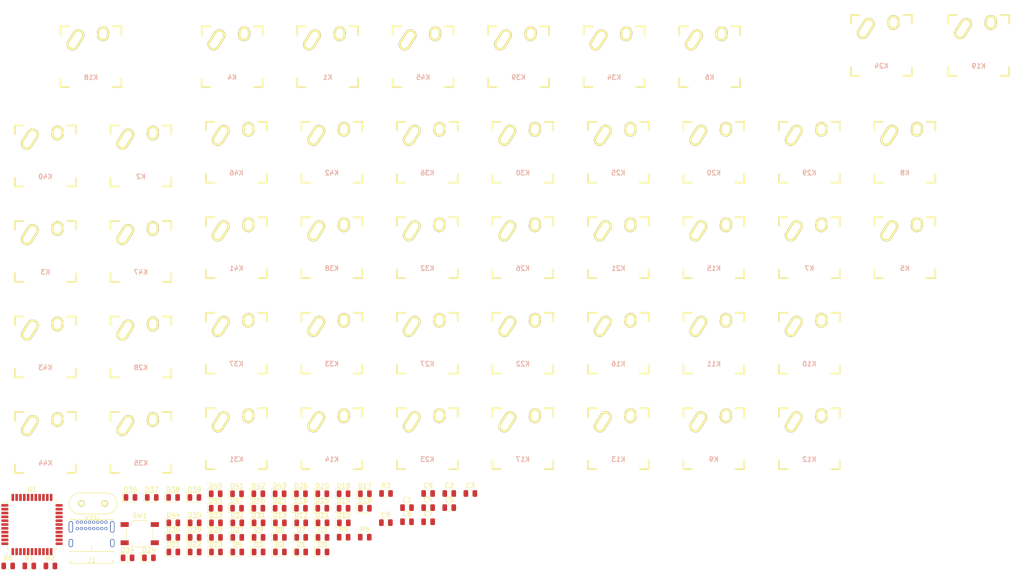
<source format=kicad_pcb>
(kicad_pcb (version 20171130) (host pcbnew "(5.1.0)-1")
  (layers (0 F.Cu signal) (31 B.Cu signal) (34 B.Paste user) (35 F.Paste user) (36 B.SilkS user) (37 F.SilkS user) (38 B.Mask user) (39 F.Mask user) (44 Edge.Cuts user))
  (net 0 "")
  (net 1 VCC)
  (net 2 GND)
  (net 3 /xtal2)
  (net 4 /xtal1)
  (net 5 "Net-(C9-Pad1)")
  (net 6 "Net-(D1-Pad2)")
  (net 7 /row3)
  (net 8 /row2)
  (net 9 "Net-(D3-Pad2)")
  (net 10 "Net-(D4-Pad2)")
  (net 11 /row1)
  (net 12 "Net-(D6-Pad2)")
  (net 13 "Net-(D7-Pad2)")
  (net 14 "Net-(D8-Pad2)")
  (net 15 /row0)
  (net 16 "Net-(D10-Pad2)")
  (net 17 "Net-(D11-Pad2)")
  (net 18 "Net-(D12-Pad2)")
  (net 19 "Net-(D13-Pad2)")
  (net 20 /col0)
  (net 21 "Net-(D15-Pad2)")
  (net 22 "Net-(D15-Pad1)")
  (net 23 "Net-(D16-Pad2)")
  (net 24 /col1)
  (net 25 "Net-(D18-Pad2)")
  (net 26 "Net-(D19-Pad2)")
  (net 27 "Net-(D20-Pad2)")
  (net 28 /col2)
  (net 29 "Net-(D22-Pad2)")
  (net 30 "Net-(D23-Pad2)")
  (net 31 "Net-(D24-Pad2)")
  (net 32 /col3)
  (net 33 "Net-(D26-Pad2)")
  (net 34 "Net-(D27-Pad2)")
  (net 35 "Net-(D28-Pad2)")
  (net 36 /col4)
  (net 37 "Net-(D30-Pad2)")
  (net 38 "Net-(D31-Pad2)")
  (net 39 "Net-(D32-Pad2)")
  (net 40 /col5)
  (net 41 "Net-(D34-Pad2)")
  (net 42 "Net-(D35-Pad2)")
  (net 43 "Net-(D36-Pad2)")
  (net 44 /col6)
  (net 45 "Net-(D38-Pad2)")
  (net 46 "Net-(D39-Pad2)")
  (net 47 "Net-(D40-Pad2)")
  (net 48 /col7)
  (net 49 "Net-(D42-Pad2)")
  (net 50 "Net-(D42-Pad1)")
  (net 51 "Net-(D43-Pad2)")
  (net 52 /col8)
  (net 53 "Net-(D45-Pad2)")
  (net 54 "Net-(D45-Pad1)")
  (net 55 /col9)
  (net 56 /col10)
  (net 57 "Net-(D47-Pad1)")
  (net 58 "Net-(J1-PadA5)")
  (net 59 "Net-(J1-PadA6)")
  (net 60 "Net-(J1-PadA7)")
  (net 61 "Net-(J1-PadA8)")
  (net 62 "Net-(J1-PadB8)")
  (net 63 "Net-(J1-PadB5)")
  (net 64 /col11)
  (net 65 /Reset)
  (net 66 /D+)
  (net 67 /D-)
  (net 68 "Net-(R6-Pad2)")
  (net 69 "Net-(U1-Pad42)")
  (net 70 "Net-(U1-Pad26)")
  (net 71 "Net-(U1-Pad25)")
  (net 72 "Net-(U1-Pad22)")
  (net 73 "Net-(U1-Pad12)")
  (net 74 "Net-(U1-Pad11)")
  (net 75 "Net-(U1-Pad10)")
  (net 76 "Net-(U1-Pad9)")
  (net 77 "Net-(U1-Pad8)")
  (net 78 "Net-(U1-Pad1)")
  (module keyboard_parts:XTAL_HC_49_TH (layer F.Cu) (at 51.28 141.37)
    (fp_text reference X1 hide)
    (fp_text value XTAL (at 0 3.15) (layer F.SilkS))
    (pad 2 thru_hole circle (at -2.45 0 180) (size 1.4 1.4) (drill 0.7) (layers *.Cu *.Mask F.SilkS) (net 4 /xtal1))
    (pad 1 thru_hole circle (at 2.45 0 180) (size 1.4 1.4) (drill 0.7) (layers *.Cu *.Mask F.SilkS) (net 3 /xtal2))
  )
  (module Package_QFP:LQFP-44_10x10mm_P0.8mm (layer F.Cu) (at 38.53 145.77)
    (fp_text reference U1 (at 0 -7.35) (layer F.SilkS))
    (fp_text value ATMEGA32U4)
    (pad 44 smd roundrect (at -4 -5.6625) (size 0.55 1.475) (layers F.Cu F.Paste F.Mask) (net 1 VCC))
    (pad 43 smd roundrect (at -3.2 -5.6625) (size 0.55 1.475) (layers F.Cu F.Paste F.Mask) (net 2 GND))
    (pad 42 smd roundrect (at -2.4 -5.6625) (size 0.55 1.475) (layers F.Cu F.Paste F.Mask) (net 69 "Net-(U1-Pad42)"))
    (pad 41 smd roundrect (at -1.6 -5.6625) (size 0.55 1.475) (layers F.Cu F.Paste F.Mask) (net 20 /col0))
    (pad 40 smd roundrect (at -0.8 -5.6625) (size 0.55 1.475) (layers F.Cu F.Paste F.Mask) (net 24 /col1))
    (pad 39 smd roundrect (at 0 -5.6625) (size 0.55 1.475) (layers F.Cu F.Paste F.Mask) (net 28 /col2))
    (pad 38 smd roundrect (at 0.8 -5.6625) (size 0.55 1.475) (layers F.Cu F.Paste F.Mask) (net 32 /col3))
    (pad 37 smd roundrect (at 1.6 -5.6625) (size 0.55 1.475) (layers F.Cu F.Paste F.Mask) (net 36 /col4))
    (pad 36 smd roundrect (at 2.4 -5.6625) (size 0.55 1.475) (layers F.Cu F.Paste F.Mask) (net 40 /col5))
    (pad 35 smd roundrect (at 3.2 -5.6625) (size 0.55 1.475) (layers F.Cu F.Paste F.Mask) (net 2 GND))
    (pad 34 smd roundrect (at 4 -5.6625) (size 0.55 1.475) (layers F.Cu F.Paste F.Mask) (net 1 VCC))
    (pad 33 smd roundrect (at 5.6625 -4) (size 1.475 0.55) (layers F.Cu F.Paste F.Mask) (net 68 "Net-(R6-Pad2)"))
    (pad 32 smd roundrect (at 5.6625 -3.2) (size 1.475 0.55) (layers F.Cu F.Paste F.Mask) (net 44 /col6))
    (pad 31 smd roundrect (at 5.6625 -2.4) (size 1.475 0.55) (layers F.Cu F.Paste F.Mask) (net 48 /col7))
    (pad 30 smd roundrect (at 5.6625 -1.6) (size 1.475 0.55) (layers F.Cu F.Paste F.Mask) (net 52 /col8))
    (pad 29 smd roundrect (at 5.6625 -0.8) (size 1.475 0.55) (layers F.Cu F.Paste F.Mask) (net 55 /col9))
    (pad 28 smd roundrect (at 5.6625 0) (size 1.475 0.55) (layers F.Cu F.Paste F.Mask) (net 56 /col10))
    (pad 27 smd roundrect (at 5.6625 0.8) (size 1.475 0.55) (layers F.Cu F.Paste F.Mask) (net 64 /col11))
    (pad 26 smd roundrect (at 5.6625 1.6) (size 1.475 0.55) (layers F.Cu F.Paste F.Mask) (net 70 "Net-(U1-Pad26)"))
    (pad 25 smd roundrect (at 5.6625 2.4) (size 1.475 0.55) (layers F.Cu F.Paste F.Mask) (net 71 "Net-(U1-Pad25)"))
    (pad 24 smd roundrect (at 5.6625 3.2) (size 1.475 0.55) (layers F.Cu F.Paste F.Mask) (net 1 VCC))
    (pad 23 smd roundrect (at 5.6625 4) (size 1.475 0.55) (layers F.Cu F.Paste F.Mask) (net 2 GND))
    (pad 22 smd roundrect (at 4 5.6625) (size 0.55 1.475) (layers F.Cu F.Paste F.Mask) (net 72 "Net-(U1-Pad22)"))
    (pad 21 smd roundrect (at 3.2 5.6625) (size 0.55 1.475) (layers F.Cu F.Paste F.Mask) (net 7 /row3))
    (pad 20 smd roundrect (at 2.4 5.6625) (size 0.55 1.475) (layers F.Cu F.Paste F.Mask) (net 8 /row2))
    (pad 19 smd roundrect (at 1.6 5.6625) (size 0.55 1.475) (layers F.Cu F.Paste F.Mask) (net 11 /row1))
    (pad 18 smd roundrect (at 0.8 5.6625) (size 0.55 1.475) (layers F.Cu F.Paste F.Mask) (net 15 /row0))
    (pad 17 smd roundrect (at 0 5.6625) (size 0.55 1.475) (layers F.Cu F.Paste F.Mask) (net 3 /xtal2))
    (pad 16 smd roundrect (at -0.8 5.6625) (size 0.55 1.475) (layers F.Cu F.Paste F.Mask) (net 4 /xtal1))
    (pad 15 smd roundrect (at -1.6 5.6625) (size 0.55 1.475) (layers F.Cu F.Paste F.Mask) (net 2 GND))
    (pad 14 smd roundrect (at -2.4 5.6625) (size 0.55 1.475) (layers F.Cu F.Paste F.Mask) (net 1 VCC))
    (pad 13 smd roundrect (at -3.2 5.6625) (size 0.55 1.475) (layers F.Cu F.Paste F.Mask) (net 65 /Reset))
    (pad 12 smd roundrect (at -4 5.6625) (size 0.55 1.475) (layers F.Cu F.Paste F.Mask) (net 73 "Net-(U1-Pad12)"))
    (pad 11 smd roundrect (at -5.6625 4) (size 1.475 0.55) (layers F.Cu F.Paste F.Mask) (net 74 "Net-(U1-Pad11)"))
    (pad 10 smd roundrect (at -5.6625 3.2) (size 1.475 0.55) (layers F.Cu F.Paste F.Mask) (net 75 "Net-(U1-Pad10)"))
    (pad 9 smd roundrect (at -5.6625 2.4) (size 1.475 0.55) (layers F.Cu F.Paste F.Mask) (net 76 "Net-(U1-Pad9)"))
    (pad 8 smd roundrect (at -5.6625 1.6) (size 1.475 0.55) (layers F.Cu F.Paste F.Mask) (net 77 "Net-(U1-Pad8)"))
    (pad 7 smd roundrect (at -5.6625 0.8) (size 1.475 0.55) (layers F.Cu F.Paste F.Mask) (net 1 VCC))
    (pad 6 smd roundrect (at -5.6625 0) (size 1.475 0.55) (layers F.Cu F.Paste F.Mask) (net 5 "Net-(C9-Pad1)"))
    (pad 5 smd roundrect (at -5.6625 -0.8) (size 1.475 0.55) (layers F.Cu F.Paste F.Mask) (net 2 GND))
    (pad 4 smd roundrect (at -5.6625 -1.6) (size 1.475 0.55) (layers F.Cu F.Paste F.Mask) (net 66 /D+))
    (pad 3 smd roundrect (at -5.6625 -2.4) (size 1.475 0.55) (layers F.Cu F.Paste F.Mask) (net 67 /D-))
    (pad 2 smd roundrect (at -5.6625 -3.2) (size 1.475 0.55) (layers F.Cu F.Paste F.Mask) (net 1 VCC))
    (pad 1 smd roundrect (at -5.6625 -4) (size 1.475 0.55) (layers F.Cu F.Paste F.Mask) (net 78 "Net-(U1-Pad1)"))
  )
  (module Button_Switch_SMD:SW_SPST_TL3342 (layer F.Cu) (at 61.03 147.67)
    (fp_text reference SW1 (at 0 -3.75) (layer F.SilkS))
    (fp_text value SW_PUSH)
    (pad 2 smd rect (at 3.15 1.9) (size 1.7 1) (layers F.Cu F.Paste F.Mask) (net 65 /Reset))
    (pad 2 smd rect (at -3.15 1.9) (size 1.7 1) (layers F.Cu F.Paste F.Mask) (net 65 /Reset))
    (pad 1 smd rect (at 3.15 -1.9) (size 1.7 1) (layers F.Cu F.Paste F.Mask) (net 2 GND))
    (pad 1 smd rect (at -3.15 -1.9) (size 1.7 1) (layers F.Cu F.Paste F.Mask) (net 2 GND))
  )
  (module Resistor_SMD:R_0805_2012Metric (layer F.Cu) (at 33.56 154.42)
    (fp_text reference R6 (at 0 -1.65) (layer F.SilkS))
    (fp_text value 10k)
    (pad 2 smd roundrect (at 0.9375 0) (size 0.975 1.4) (layers F.Cu F.Paste F.Mask) (net 68 "Net-(R6-Pad2)"))
    (pad 1 smd roundrect (at -0.9375 0) (size 0.975 1.4) (layers F.Cu F.Paste F.Mask) (net 2 GND))
  )
  (module Resistor_SMD:R_0805_2012Metric (layer F.Cu) (at 108.02 148.41)
    (fp_text reference R5 (at 0 -1.65) (layer F.SilkS))
    (fp_text value 22)
    (pad 2 smd roundrect (at 0.9375 0) (size 0.975 1.4) (layers F.Cu F.Paste F.Mask) (net 67 /D-))
    (pad 1 smd roundrect (at -0.9375 0) (size 0.975 1.4) (layers F.Cu F.Paste F.Mask) (net 60 "Net-(J1-PadA7)"))
  )
  (module Resistor_SMD:R_0805_2012Metric (layer F.Cu) (at 103.61 148.41)
    (fp_text reference R4 (at 0 -1.65) (layer F.SilkS))
    (fp_text value 5.1k)
    (pad 2 smd roundrect (at 0.9375 0) (size 0.975 1.4) (layers F.Cu F.Paste F.Mask) (net 63 "Net-(J1-PadB5)"))
    (pad 1 smd roundrect (at -0.9375 0) (size 0.975 1.4) (layers F.Cu F.Paste F.Mask) (net 2 GND))
  )
  (module Resistor_SMD:R_0805_2012Metric (layer F.Cu) (at 112.46 139.29)
    (fp_text reference R3 (at 0 -1.65) (layer F.SilkS))
    (fp_text value 5.1k)
    (pad 2 smd roundrect (at 0.9375 0) (size 0.975 1.4) (layers F.Cu F.Paste F.Mask) (net 58 "Net-(J1-PadA5)"))
    (pad 1 smd roundrect (at -0.9375 0) (size 0.975 1.4) (layers F.Cu F.Paste F.Mask) (net 2 GND))
  )
  (module Resistor_SMD:R_0805_2012Metric (layer F.Cu) (at 42.38 154.42)
    (fp_text reference R2 (at 0 -1.65) (layer F.SilkS))
    (fp_text value 22)
    (pad 2 smd roundrect (at 0.9375 0) (size 0.975 1.4) (layers F.Cu F.Paste F.Mask) (net 59 "Net-(J1-PadA6)"))
    (pad 1 smd roundrect (at -0.9375 0) (size 0.975 1.4) (layers F.Cu F.Paste F.Mask) (net 66 /D+))
  )
  (module Resistor_SMD:R_0805_2012Metric (layer F.Cu) (at 37.97 154.42)
    (fp_text reference R1 (at 0 -1.65) (layer F.SilkS))
    (fp_text value 10k)
    (pad 2 smd roundrect (at 0.9375 0) (size 0.975 1.4) (layers F.Cu F.Paste F.Mask) (net 1 VCC))
    (pad 1 smd roundrect (at -0.9375 0) (size 0.975 1.4) (layers F.Cu F.Paste F.Mask) (net 65 /Reset))
  )
  (module keebs:Mx_Alps_100 (layer F.Cu) (at 61.2692 88.7492)
    (fp_text reference K47 (at 0 4.318) (layer B.SilkS) (effects (font (thickness 0.2)) (justify mirror)))
    (fp_text value KEYSW hide)
    (pad 2 thru_hole oval (at 2.52 -4.79 356.1) (size 2.5 3.08) (drill oval 1.5 2.08) (layers *.Cu *.Mask F.SilkS) (net 56 /col10))
    (pad 1 thru_hole oval (at -3.255 -3.52 327.5) (size 2.5 4.75) (drill oval 1.5 3.75) (layers *.Cu *.Mask F.SilkS) (net 64 /col11))
    (pad "" np_thru_hole circle (at 5.08 0) (size 1.7018 1.7018) (drill 1.7018) (layers *.Cu *.Mask))
    (pad "" np_thru_hole circle (at -5.08 0) (size 1.7018 1.7018) (drill 1.7018) (layers *.Cu *.Mask))
    (pad "" np_thru_hole circle (at 0 0) (size 3.9878 3.9878) (drill 3.9878) (layers *.Cu *.Mask))
  )
  (module keebs:Mx_Alps_100 (layer F.Cu) (at 81.2092 68.0292)
    (fp_text reference K46 (at 0 4.318) (layer B.SilkS) (effects (font (thickness 0.2)) (justify mirror)))
    (fp_text value KEYSW hide)
    (pad 2 thru_hole oval (at 2.52 -4.79 356.1) (size 2.5 3.08) (drill oval 1.5 2.08) (layers *.Cu *.Mask F.SilkS) (net 55 /col9))
    (pad 1 thru_hole oval (at -3.255 -3.52 327.5) (size 2.5 4.75) (drill oval 1.5 3.75) (layers *.Cu *.Mask F.SilkS) (net 56 /col10))
    (pad "" np_thru_hole circle (at 5.08 0) (size 1.7018 1.7018) (drill 1.7018) (layers *.Cu *.Mask))
    (pad "" np_thru_hole circle (at -5.08 0) (size 1.7018 1.7018) (drill 1.7018) (layers *.Cu *.Mask))
    (pad "" np_thru_hole circle (at 0 0) (size 3.9878 3.9878) (drill 3.9878) (layers *.Cu *.Mask))
  )
  (module keebs:Mx_Alps_100 (layer F.Cu) (at 120.1992 48.0892)
    (fp_text reference K45 (at 0 4.318) (layer B.SilkS) (effects (font (thickness 0.2)) (justify mirror)))
    (fp_text value KEYSW hide)
    (pad 2 thru_hole oval (at 2.52 -4.79 356.1) (size 2.5 3.08) (drill oval 1.5 2.08) (layers *.Cu *.Mask F.SilkS) (net 53 "Net-(D45-Pad2)"))
    (pad 1 thru_hole oval (at -3.255 -3.52 327.5) (size 2.5 4.75) (drill oval 1.5 3.75) (layers *.Cu *.Mask F.SilkS) (net 57 "Net-(D47-Pad1)"))
    (pad "" np_thru_hole circle (at 5.08 0) (size 1.7018 1.7018) (drill 1.7018) (layers *.Cu *.Mask))
    (pad "" np_thru_hole circle (at -5.08 0) (size 1.7018 1.7018) (drill 1.7018) (layers *.Cu *.Mask))
    (pad "" np_thru_hole circle (at 0 0) (size 3.9878 3.9878) (drill 3.9878) (layers *.Cu *.Mask))
  )
  (module keebs:Mx_Alps_100 (layer F.Cu) (at 41.3292 128.6292)
    (fp_text reference K44 (at 0 4.318) (layer B.SilkS) (effects (font (thickness 0.2)) (justify mirror)))
    (fp_text value KEYSW hide)
    (pad 2 thru_hole oval (at 2.52 -4.79 356.1) (size 2.5 3.08) (drill oval 1.5 2.08) (layers *.Cu *.Mask F.SilkS) (net 52 /col8))
    (pad 1 thru_hole oval (at -3.255 -3.52 327.5) (size 2.5 4.75) (drill oval 1.5 3.75) (layers *.Cu *.Mask F.SilkS) (net 55 /col9))
    (pad "" np_thru_hole circle (at 5.08 0) (size 1.7018 1.7018) (drill 1.7018) (layers *.Cu *.Mask))
    (pad "" np_thru_hole circle (at -5.08 0) (size 1.7018 1.7018) (drill 1.7018) (layers *.Cu *.Mask))
    (pad "" np_thru_hole circle (at 0 0) (size 3.9878 3.9878) (drill 3.9878) (layers *.Cu *.Mask))
  )
  (module keebs:Mx_Alps_100 (layer F.Cu) (at 41.3292 108.6892)
    (fp_text reference K43 (at 0 4.318) (layer B.SilkS) (effects (font (thickness 0.2)) (justify mirror)))
    (fp_text value KEYSW hide)
    (pad 2 thru_hole oval (at 2.52 -4.79 356.1) (size 2.5 3.08) (drill oval 1.5 2.08) (layers *.Cu *.Mask F.SilkS) (net 51 "Net-(D43-Pad2)"))
    (pad 1 thru_hole oval (at -3.255 -3.52 327.5) (size 2.5 4.75) (drill oval 1.5 3.75) (layers *.Cu *.Mask F.SilkS) (net 53 "Net-(D45-Pad2)"))
    (pad "" np_thru_hole circle (at 5.08 0) (size 1.7018 1.7018) (drill 1.7018) (layers *.Cu *.Mask))
    (pad "" np_thru_hole circle (at -5.08 0) (size 1.7018 1.7018) (drill 1.7018) (layers *.Cu *.Mask))
    (pad "" np_thru_hole circle (at 0 0) (size 3.9878 3.9878) (drill 3.9878) (layers *.Cu *.Mask))
  )
  (module keebs:Mx_Alps_100 (layer F.Cu) (at 101.1492 68.0292)
    (fp_text reference K42 (at 0 4.318) (layer B.SilkS) (effects (font (thickness 0.2)) (justify mirror)))
    (fp_text value KEYSW hide)
    (pad 2 thru_hole oval (at 2.52 -4.79 356.1) (size 2.5 3.08) (drill oval 1.5 2.08) (layers *.Cu *.Mask F.SilkS) (net 49 "Net-(D42-Pad2)"))
    (pad 1 thru_hole oval (at -3.255 -3.52 327.5) (size 2.5 4.75) (drill oval 1.5 3.75) (layers *.Cu *.Mask F.SilkS) (net 54 "Net-(D45-Pad1)"))
    (pad "" np_thru_hole circle (at 5.08 0) (size 1.7018 1.7018) (drill 1.7018) (layers *.Cu *.Mask))
    (pad "" np_thru_hole circle (at -5.08 0) (size 1.7018 1.7018) (drill 1.7018) (layers *.Cu *.Mask))
    (pad "" np_thru_hole circle (at 0 0) (size 3.9878 3.9878) (drill 3.9878) (layers *.Cu *.Mask))
  )
  (module keebs:Mx_Alps_100 (layer F.Cu) (at 81.2092 87.9692)
    (fp_text reference K41 (at 0 4.318) (layer B.SilkS) (effects (font (thickness 0.2)) (justify mirror)))
    (fp_text value KEYSW hide)
    (pad 2 thru_hole oval (at 2.52 -4.79 356.1) (size 2.5 3.08) (drill oval 1.5 2.08) (layers *.Cu *.Mask F.SilkS) (net 48 /col7))
    (pad 1 thru_hole oval (at -3.255 -3.52 327.5) (size 2.5 4.75) (drill oval 1.5 3.75) (layers *.Cu *.Mask F.SilkS) (net 52 /col8))
    (pad "" np_thru_hole circle (at 5.08 0) (size 1.7018 1.7018) (drill 1.7018) (layers *.Cu *.Mask))
    (pad "" np_thru_hole circle (at -5.08 0) (size 1.7018 1.7018) (drill 1.7018) (layers *.Cu *.Mask))
    (pad "" np_thru_hole circle (at 0 0) (size 3.9878 3.9878) (drill 3.9878) (layers *.Cu *.Mask))
  )
  (module keebs:Mx_Alps_100 (layer F.Cu) (at 41.3292 68.8092)
    (fp_text reference K40 (at 0 4.318) (layer B.SilkS) (effects (font (thickness 0.2)) (justify mirror)))
    (fp_text value KEYSW hide)
    (pad 2 thru_hole oval (at 2.52 -4.79 356.1) (size 2.5 3.08) (drill oval 1.5 2.08) (layers *.Cu *.Mask F.SilkS) (net 47 "Net-(D40-Pad2)"))
    (pad 1 thru_hole oval (at -3.255 -3.52 327.5) (size 2.5 4.75) (drill oval 1.5 3.75) (layers *.Cu *.Mask F.SilkS) (net 51 "Net-(D43-Pad2)"))
    (pad "" np_thru_hole circle (at 5.08 0) (size 1.7018 1.7018) (drill 1.7018) (layers *.Cu *.Mask))
    (pad "" np_thru_hole circle (at -5.08 0) (size 1.7018 1.7018) (drill 1.7018) (layers *.Cu *.Mask))
    (pad "" np_thru_hole circle (at 0 0) (size 3.9878 3.9878) (drill 3.9878) (layers *.Cu *.Mask))
  )
  (module keebs:Mx_Alps_100 (layer F.Cu) (at 140.1392 48.0892)
    (fp_text reference K39 (at 0 4.318) (layer B.SilkS) (effects (font (thickness 0.2)) (justify mirror)))
    (fp_text value KEYSW hide)
    (pad 2 thru_hole oval (at 2.52 -4.79 356.1) (size 2.5 3.08) (drill oval 1.5 2.08) (layers *.Cu *.Mask F.SilkS) (net 46 "Net-(D39-Pad2)"))
    (pad 1 thru_hole oval (at -3.255 -3.52 327.5) (size 2.5 4.75) (drill oval 1.5 3.75) (layers *.Cu *.Mask F.SilkS) (net 49 "Net-(D42-Pad2)"))
    (pad "" np_thru_hole circle (at 5.08 0) (size 1.7018 1.7018) (drill 1.7018) (layers *.Cu *.Mask))
    (pad "" np_thru_hole circle (at -5.08 0) (size 1.7018 1.7018) (drill 1.7018) (layers *.Cu *.Mask))
    (pad "" np_thru_hole circle (at 0 0) (size 3.9878 3.9878) (drill 3.9878) (layers *.Cu *.Mask))
  )
  (module keebs:Mx_Alps_100 (layer F.Cu) (at 101.1492 87.9692)
    (fp_text reference K38 (at 0 4.318) (layer B.SilkS) (effects (font (thickness 0.2)) (justify mirror)))
    (fp_text value KEYSW hide)
    (pad 2 thru_hole oval (at 2.52 -4.79 356.1) (size 2.5 3.08) (drill oval 1.5 2.08) (layers *.Cu *.Mask F.SilkS) (net 45 "Net-(D38-Pad2)"))
    (pad 1 thru_hole oval (at -3.255 -3.52 327.5) (size 2.5 4.75) (drill oval 1.5 3.75) (layers *.Cu *.Mask F.SilkS) (net 50 "Net-(D42-Pad1)"))
    (pad "" np_thru_hole circle (at 5.08 0) (size 1.7018 1.7018) (drill 1.7018) (layers *.Cu *.Mask))
    (pad "" np_thru_hole circle (at -5.08 0) (size 1.7018 1.7018) (drill 1.7018) (layers *.Cu *.Mask))
    (pad "" np_thru_hole circle (at 0 0) (size 3.9878 3.9878) (drill 3.9878) (layers *.Cu *.Mask))
  )
  (module keebs:Mx_Alps_100 (layer F.Cu) (at 81.2092 107.9092)
    (fp_text reference K37 (at 0 4.318) (layer B.SilkS) (effects (font (thickness 0.2)) (justify mirror)))
    (fp_text value KEYSW hide)
    (pad 2 thru_hole oval (at 2.52 -4.79 356.1) (size 2.5 3.08) (drill oval 1.5 2.08) (layers *.Cu *.Mask F.SilkS) (net 44 /col6))
    (pad 1 thru_hole oval (at -3.255 -3.52 327.5) (size 2.5 4.75) (drill oval 1.5 3.75) (layers *.Cu *.Mask F.SilkS) (net 48 /col7))
    (pad "" np_thru_hole circle (at 5.08 0) (size 1.7018 1.7018) (drill 1.7018) (layers *.Cu *.Mask))
    (pad "" np_thru_hole circle (at -5.08 0) (size 1.7018 1.7018) (drill 1.7018) (layers *.Cu *.Mask))
    (pad "" np_thru_hole circle (at 0 0) (size 3.9878 3.9878) (drill 3.9878) (layers *.Cu *.Mask))
  )
  (module keebs:Mx_Alps_100 (layer F.Cu) (at 121.0892 68.0292)
    (fp_text reference K36 (at 0 4.318) (layer B.SilkS) (effects (font (thickness 0.2)) (justify mirror)))
    (fp_text value KEYSW hide)
    (pad 2 thru_hole oval (at 2.52 -4.79 356.1) (size 2.5 3.08) (drill oval 1.5 2.08) (layers *.Cu *.Mask F.SilkS) (net 43 "Net-(D36-Pad2)"))
    (pad 1 thru_hole oval (at -3.255 -3.52 327.5) (size 2.5 4.75) (drill oval 1.5 3.75) (layers *.Cu *.Mask F.SilkS) (net 47 "Net-(D40-Pad2)"))
    (pad "" np_thru_hole circle (at 5.08 0) (size 1.7018 1.7018) (drill 1.7018) (layers *.Cu *.Mask))
    (pad "" np_thru_hole circle (at -5.08 0) (size 1.7018 1.7018) (drill 1.7018) (layers *.Cu *.Mask))
    (pad "" np_thru_hole circle (at 0 0) (size 3.9878 3.9878) (drill 3.9878) (layers *.Cu *.Mask))
  )
  (module keebs:Mx_Alps_100 (layer F.Cu) (at 61.2692 128.6292)
    (fp_text reference K35 (at 0 4.318) (layer B.SilkS) (effects (font (thickness 0.2)) (justify mirror)))
    (fp_text value KEYSW hide)
    (pad 2 thru_hole oval (at 2.52 -4.79 356.1) (size 2.5 3.08) (drill oval 1.5 2.08) (layers *.Cu *.Mask F.SilkS) (net 42 "Net-(D35-Pad2)"))
    (pad 1 thru_hole oval (at -3.255 -3.52 327.5) (size 2.5 4.75) (drill oval 1.5 3.75) (layers *.Cu *.Mask F.SilkS) (net 46 "Net-(D39-Pad2)"))
    (pad "" np_thru_hole circle (at 5.08 0) (size 1.7018 1.7018) (drill 1.7018) (layers *.Cu *.Mask))
    (pad "" np_thru_hole circle (at -5.08 0) (size 1.7018 1.7018) (drill 1.7018) (layers *.Cu *.Mask))
    (pad "" np_thru_hole circle (at 0 0) (size 3.9878 3.9878) (drill 3.9878) (layers *.Cu *.Mask))
  )
  (module keebs:Mx_Alps_100 (layer F.Cu) (at 160.0792 48.0892)
    (fp_text reference K34 (at 0 4.318) (layer B.SilkS) (effects (font (thickness 0.2)) (justify mirror)))
    (fp_text value KEYSW hide)
    (pad 2 thru_hole oval (at 2.52 -4.79 356.1) (size 2.5 3.08) (drill oval 1.5 2.08) (layers *.Cu *.Mask F.SilkS) (net 41 "Net-(D34-Pad2)"))
    (pad 1 thru_hole oval (at -3.255 -3.52 327.5) (size 2.5 4.75) (drill oval 1.5 3.75) (layers *.Cu *.Mask F.SilkS) (net 45 "Net-(D38-Pad2)"))
    (pad "" np_thru_hole circle (at 5.08 0) (size 1.7018 1.7018) (drill 1.7018) (layers *.Cu *.Mask))
    (pad "" np_thru_hole circle (at -5.08 0) (size 1.7018 1.7018) (drill 1.7018) (layers *.Cu *.Mask))
    (pad "" np_thru_hole circle (at 0 0) (size 3.9878 3.9878) (drill 3.9878) (layers *.Cu *.Mask))
  )
  (module keebs:Mx_Alps_100 (layer F.Cu) (at 101.1492 107.9092)
    (fp_text reference K33 (at 0 4.318) (layer B.SilkS) (effects (font (thickness 0.2)) (justify mirror)))
    (fp_text value KEYSW hide)
    (pad 2 thru_hole oval (at 2.52 -4.79 356.1) (size 2.5 3.08) (drill oval 1.5 2.08) (layers *.Cu *.Mask F.SilkS) (net 40 /col5))
    (pad 1 thru_hole oval (at -3.255 -3.52 327.5) (size 2.5 4.75) (drill oval 1.5 3.75) (layers *.Cu *.Mask F.SilkS) (net 44 /col6))
    (pad "" np_thru_hole circle (at 5.08 0) (size 1.7018 1.7018) (drill 1.7018) (layers *.Cu *.Mask))
    (pad "" np_thru_hole circle (at -5.08 0) (size 1.7018 1.7018) (drill 1.7018) (layers *.Cu *.Mask))
    (pad "" np_thru_hole circle (at 0 0) (size 3.9878 3.9878) (drill 3.9878) (layers *.Cu *.Mask))
  )
  (module keebs:Mx_Alps_100 (layer F.Cu) (at 121.0892 87.9692)
    (fp_text reference K32 (at 0 4.318) (layer B.SilkS) (effects (font (thickness 0.2)) (justify mirror)))
    (fp_text value KEYSW hide)
    (pad 2 thru_hole oval (at 2.52 -4.79 356.1) (size 2.5 3.08) (drill oval 1.5 2.08) (layers *.Cu *.Mask F.SilkS) (net 39 "Net-(D32-Pad2)"))
    (pad 1 thru_hole oval (at -3.255 -3.52 327.5) (size 2.5 4.75) (drill oval 1.5 3.75) (layers *.Cu *.Mask F.SilkS) (net 43 "Net-(D36-Pad2)"))
    (pad "" np_thru_hole circle (at 5.08 0) (size 1.7018 1.7018) (drill 1.7018) (layers *.Cu *.Mask))
    (pad "" np_thru_hole circle (at -5.08 0) (size 1.7018 1.7018) (drill 1.7018) (layers *.Cu *.Mask))
    (pad "" np_thru_hole circle (at 0 0) (size 3.9878 3.9878) (drill 3.9878) (layers *.Cu *.Mask))
  )
  (module keebs:Mx_Alps_100 (layer F.Cu) (at 81.2092 127.8492)
    (fp_text reference K31 (at 0 4.318) (layer B.SilkS) (effects (font (thickness 0.2)) (justify mirror)))
    (fp_text value KEYSW hide)
    (pad 2 thru_hole oval (at 2.52 -4.79 356.1) (size 2.5 3.08) (drill oval 1.5 2.08) (layers *.Cu *.Mask F.SilkS) (net 38 "Net-(D31-Pad2)"))
    (pad 1 thru_hole oval (at -3.255 -3.52 327.5) (size 2.5 4.75) (drill oval 1.5 3.75) (layers *.Cu *.Mask F.SilkS) (net 42 "Net-(D35-Pad2)"))
    (pad "" np_thru_hole circle (at 5.08 0) (size 1.7018 1.7018) (drill 1.7018) (layers *.Cu *.Mask))
    (pad "" np_thru_hole circle (at -5.08 0) (size 1.7018 1.7018) (drill 1.7018) (layers *.Cu *.Mask))
    (pad "" np_thru_hole circle (at 0 0) (size 3.9878 3.9878) (drill 3.9878) (layers *.Cu *.Mask))
  )
  (module keebs:Mx_Alps_100 (layer F.Cu) (at 141.0292 68.0292)
    (fp_text reference K30 (at 0 4.318) (layer B.SilkS) (effects (font (thickness 0.2)) (justify mirror)))
    (fp_text value KEYSW hide)
    (pad 2 thru_hole oval (at 2.52 -4.79 356.1) (size 2.5 3.08) (drill oval 1.5 2.08) (layers *.Cu *.Mask F.SilkS) (net 37 "Net-(D30-Pad2)"))
    (pad 1 thru_hole oval (at -3.255 -3.52 327.5) (size 2.5 4.75) (drill oval 1.5 3.75) (layers *.Cu *.Mask F.SilkS) (net 41 "Net-(D34-Pad2)"))
    (pad "" np_thru_hole circle (at 5.08 0) (size 1.7018 1.7018) (drill 1.7018) (layers *.Cu *.Mask))
    (pad "" np_thru_hole circle (at -5.08 0) (size 1.7018 1.7018) (drill 1.7018) (layers *.Cu *.Mask))
    (pad "" np_thru_hole circle (at 0 0) (size 3.9878 3.9878) (drill 3.9878) (layers *.Cu *.Mask))
  )
  (module keebs:Mx_Alps_100 (layer F.Cu) (at 200.8492 68.0292)
    (fp_text reference K29 (at 0 4.318) (layer B.SilkS) (effects (font (thickness 0.2)) (justify mirror)))
    (fp_text value KEYSW hide)
    (pad 2 thru_hole oval (at 2.52 -4.79 356.1) (size 2.5 3.08) (drill oval 1.5 2.08) (layers *.Cu *.Mask F.SilkS) (net 36 /col4))
    (pad 1 thru_hole oval (at -3.255 -3.52 327.5) (size 2.5 4.75) (drill oval 1.5 3.75) (layers *.Cu *.Mask F.SilkS) (net 40 /col5))
    (pad "" np_thru_hole circle (at 5.08 0) (size 1.7018 1.7018) (drill 1.7018) (layers *.Cu *.Mask))
    (pad "" np_thru_hole circle (at -5.08 0) (size 1.7018 1.7018) (drill 1.7018) (layers *.Cu *.Mask))
    (pad "" np_thru_hole circle (at 0 0) (size 3.9878 3.9878) (drill 3.9878) (layers *.Cu *.Mask))
  )
  (module keebs:Mx_Alps_100 (layer F.Cu) (at 61.2692 108.6892)
    (fp_text reference K28 (at 0 4.318) (layer B.SilkS) (effects (font (thickness 0.2)) (justify mirror)))
    (fp_text value KEYSW hide)
    (pad 2 thru_hole oval (at 2.52 -4.79 356.1) (size 2.5 3.08) (drill oval 1.5 2.08) (layers *.Cu *.Mask F.SilkS) (net 35 "Net-(D28-Pad2)"))
    (pad 1 thru_hole oval (at -3.255 -3.52 327.5) (size 2.5 4.75) (drill oval 1.5 3.75) (layers *.Cu *.Mask F.SilkS) (net 39 "Net-(D32-Pad2)"))
    (pad "" np_thru_hole circle (at 5.08 0) (size 1.7018 1.7018) (drill 1.7018) (layers *.Cu *.Mask))
    (pad "" np_thru_hole circle (at -5.08 0) (size 1.7018 1.7018) (drill 1.7018) (layers *.Cu *.Mask))
    (pad "" np_thru_hole circle (at 0 0) (size 3.9878 3.9878) (drill 3.9878) (layers *.Cu *.Mask))
  )
  (module keebs:Mx_Alps_100 (layer F.Cu) (at 121.0892 107.9092)
    (fp_text reference K27 (at 0 4.318) (layer B.SilkS) (effects (font (thickness 0.2)) (justify mirror)))
    (fp_text value KEYSW hide)
    (pad 2 thru_hole oval (at 2.52 -4.79 356.1) (size 2.5 3.08) (drill oval 1.5 2.08) (layers *.Cu *.Mask F.SilkS) (net 34 "Net-(D27-Pad2)"))
    (pad 1 thru_hole oval (at -3.255 -3.52 327.5) (size 2.5 4.75) (drill oval 1.5 3.75) (layers *.Cu *.Mask F.SilkS) (net 38 "Net-(D31-Pad2)"))
    (pad "" np_thru_hole circle (at 5.08 0) (size 1.7018 1.7018) (drill 1.7018) (layers *.Cu *.Mask))
    (pad "" np_thru_hole circle (at -5.08 0) (size 1.7018 1.7018) (drill 1.7018) (layers *.Cu *.Mask))
    (pad "" np_thru_hole circle (at 0 0) (size 3.9878 3.9878) (drill 3.9878) (layers *.Cu *.Mask))
  )
  (module keebs:Mx_Alps_100 (layer F.Cu) (at 141.0292 87.9692)
    (fp_text reference K26 (at 0 4.318) (layer B.SilkS) (effects (font (thickness 0.2)) (justify mirror)))
    (fp_text value KEYSW hide)
    (pad 2 thru_hole oval (at 2.52 -4.79 356.1) (size 2.5 3.08) (drill oval 1.5 2.08) (layers *.Cu *.Mask F.SilkS) (net 33 "Net-(D26-Pad2)"))
    (pad 1 thru_hole oval (at -3.255 -3.52 327.5) (size 2.5 4.75) (drill oval 1.5 3.75) (layers *.Cu *.Mask F.SilkS) (net 37 "Net-(D30-Pad2)"))
    (pad "" np_thru_hole circle (at 5.08 0) (size 1.7018 1.7018) (drill 1.7018) (layers *.Cu *.Mask))
    (pad "" np_thru_hole circle (at -5.08 0) (size 1.7018 1.7018) (drill 1.7018) (layers *.Cu *.Mask))
    (pad "" np_thru_hole circle (at 0 0) (size 3.9878 3.9878) (drill 3.9878) (layers *.Cu *.Mask))
  )
  (module keebs:Mx_Alps_100 (layer F.Cu) (at 160.9692 68.0292)
    (fp_text reference K25 (at 0 4.318) (layer B.SilkS) (effects (font (thickness 0.2)) (justify mirror)))
    (fp_text value KEYSW hide)
    (pad 2 thru_hole oval (at 2.52 -4.79 356.1) (size 2.5 3.08) (drill oval 1.5 2.08) (layers *.Cu *.Mask F.SilkS) (net 32 /col3))
    (pad 1 thru_hole oval (at -3.255 -3.52 327.5) (size 2.5 4.75) (drill oval 1.5 3.75) (layers *.Cu *.Mask F.SilkS) (net 36 /col4))
    (pad "" np_thru_hole circle (at 5.08 0) (size 1.7018 1.7018) (drill 1.7018) (layers *.Cu *.Mask))
    (pad "" np_thru_hole circle (at -5.08 0) (size 1.7018 1.7018) (drill 1.7018) (layers *.Cu *.Mask))
    (pad "" np_thru_hole circle (at 0 0) (size 3.9878 3.9878) (drill 3.9878) (layers *.Cu *.Mask))
  )
  (module keebs:Mx_Alps_100 (layer F.Cu) (at 215.9 45.72)
    (fp_text reference K24 (at 0 4.318) (layer B.SilkS) (effects (font (thickness 0.2)) (justify mirror)))
    (fp_text value KEYSW hide)
    (pad 2 thru_hole oval (at 2.52 -4.79 356.1) (size 2.5 3.08) (drill oval 1.5 2.08) (layers *.Cu *.Mask F.SilkS) (net 31 "Net-(D24-Pad2)"))
    (pad 1 thru_hole oval (at -3.255 -3.52 327.5) (size 2.5 4.75) (drill oval 1.5 3.75) (layers *.Cu *.Mask F.SilkS) (net 35 "Net-(D28-Pad2)"))
    (pad "" np_thru_hole circle (at 5.08 0) (size 1.7018 1.7018) (drill 1.7018) (layers *.Cu *.Mask))
    (pad "" np_thru_hole circle (at -5.08 0) (size 1.7018 1.7018) (drill 1.7018) (layers *.Cu *.Mask))
    (pad "" np_thru_hole circle (at 0 0) (size 3.9878 3.9878) (drill 3.9878) (layers *.Cu *.Mask))
  )
  (module keebs:Mx_Alps_100 (layer F.Cu) (at 121.0892 127.8492)
    (fp_text reference K23 (at 0 4.318) (layer B.SilkS) (effects (font (thickness 0.2)) (justify mirror)))
    (fp_text value KEYSW hide)
    (pad 2 thru_hole oval (at 2.52 -4.79 356.1) (size 2.5 3.08) (drill oval 1.5 2.08) (layers *.Cu *.Mask F.SilkS) (net 30 "Net-(D23-Pad2)"))
    (pad 1 thru_hole oval (at -3.255 -3.52 327.5) (size 2.5 4.75) (drill oval 1.5 3.75) (layers *.Cu *.Mask F.SilkS) (net 34 "Net-(D27-Pad2)"))
    (pad "" np_thru_hole circle (at 5.08 0) (size 1.7018 1.7018) (drill 1.7018) (layers *.Cu *.Mask))
    (pad "" np_thru_hole circle (at -5.08 0) (size 1.7018 1.7018) (drill 1.7018) (layers *.Cu *.Mask))
    (pad "" np_thru_hole circle (at 0 0) (size 3.9878 3.9878) (drill 3.9878) (layers *.Cu *.Mask))
  )
  (module keebs:Mx_Alps_100 (layer F.Cu) (at 141.0292 107.9092)
    (fp_text reference K22 (at 0 4.318) (layer B.SilkS) (effects (font (thickness 0.2)) (justify mirror)))
    (fp_text value KEYSW hide)
    (pad 2 thru_hole oval (at 2.52 -4.79 356.1) (size 2.5 3.08) (drill oval 1.5 2.08) (layers *.Cu *.Mask F.SilkS) (net 29 "Net-(D22-Pad2)"))
    (pad 1 thru_hole oval (at -3.255 -3.52 327.5) (size 2.5 4.75) (drill oval 1.5 3.75) (layers *.Cu *.Mask F.SilkS) (net 33 "Net-(D26-Pad2)"))
    (pad "" np_thru_hole circle (at 5.08 0) (size 1.7018 1.7018) (drill 1.7018) (layers *.Cu *.Mask))
    (pad "" np_thru_hole circle (at -5.08 0) (size 1.7018 1.7018) (drill 1.7018) (layers *.Cu *.Mask))
    (pad "" np_thru_hole circle (at 0 0) (size 3.9878 3.9878) (drill 3.9878) (layers *.Cu *.Mask))
  )
  (module keebs:Mx_Alps_100 (layer F.Cu) (at 160.9692 87.9692)
    (fp_text reference K21 (at 0 4.318) (layer B.SilkS) (effects (font (thickness 0.2)) (justify mirror)))
    (fp_text value KEYSW hide)
    (pad 2 thru_hole oval (at 2.52 -4.79 356.1) (size 2.5 3.08) (drill oval 1.5 2.08) (layers *.Cu *.Mask F.SilkS) (net 28 /col2))
    (pad 1 thru_hole oval (at -3.255 -3.52 327.5) (size 2.5 4.75) (drill oval 1.5 3.75) (layers *.Cu *.Mask F.SilkS) (net 32 /col3))
    (pad "" np_thru_hole circle (at 5.08 0) (size 1.7018 1.7018) (drill 1.7018) (layers *.Cu *.Mask))
    (pad "" np_thru_hole circle (at -5.08 0) (size 1.7018 1.7018) (drill 1.7018) (layers *.Cu *.Mask))
    (pad "" np_thru_hole circle (at 0 0) (size 3.9878 3.9878) (drill 3.9878) (layers *.Cu *.Mask))
  )
  (module keebs:Mx_Alps_100 (layer F.Cu) (at 180.9092 68.0292)
    (fp_text reference K20 (at 0 4.318) (layer B.SilkS) (effects (font (thickness 0.2)) (justify mirror)))
    (fp_text value KEYSW hide)
    (pad 2 thru_hole oval (at 2.52 -4.79 356.1) (size 2.5 3.08) (drill oval 1.5 2.08) (layers *.Cu *.Mask F.SilkS) (net 27 "Net-(D20-Pad2)"))
    (pad 1 thru_hole oval (at -3.255 -3.52 327.5) (size 2.5 4.75) (drill oval 1.5 3.75) (layers *.Cu *.Mask F.SilkS) (net 31 "Net-(D24-Pad2)"))
    (pad "" np_thru_hole circle (at 5.08 0) (size 1.7018 1.7018) (drill 1.7018) (layers *.Cu *.Mask))
    (pad "" np_thru_hole circle (at -5.08 0) (size 1.7018 1.7018) (drill 1.7018) (layers *.Cu *.Mask))
    (pad "" np_thru_hole circle (at 0 0) (size 3.9878 3.9878) (drill 3.9878) (layers *.Cu *.Mask))
  )
  (module keebs:Mx_Alps_100 (layer F.Cu) (at 236.22 45.72)
    (fp_text reference K19 (at 0 4.318) (layer B.SilkS) (effects (font (thickness 0.2)) (justify mirror)))
    (fp_text value KEYSW hide)
    (pad 2 thru_hole oval (at 2.52 -4.79 356.1) (size 2.5 3.08) (drill oval 1.5 2.08) (layers *.Cu *.Mask F.SilkS) (net 26 "Net-(D19-Pad2)"))
    (pad 1 thru_hole oval (at -3.255 -3.52 327.5) (size 2.5 4.75) (drill oval 1.5 3.75) (layers *.Cu *.Mask F.SilkS) (net 30 "Net-(D23-Pad2)"))
    (pad "" np_thru_hole circle (at 5.08 0) (size 1.7018 1.7018) (drill 1.7018) (layers *.Cu *.Mask))
    (pad "" np_thru_hole circle (at -5.08 0) (size 1.7018 1.7018) (drill 1.7018) (layers *.Cu *.Mask))
    (pad "" np_thru_hole circle (at 0 0) (size 3.9878 3.9878) (drill 3.9878) (layers *.Cu *.Mask))
  )
  (module keebs:Mx_Alps_200 (layer F.Cu) (at 50.8542 48.0892)
    (fp_text reference K18 (at 0 4.318) (layer B.SilkS) (effects (font (thickness 0.2)) (justify mirror)))
    (fp_text value KEYSW hide)
    (pad 2 thru_hole oval (at 2.52 -4.79 356.1) (size 2.5 3.08) (drill oval 1.5 2.08) (layers *.Cu *.Mask F.SilkS) (net 25 "Net-(D18-Pad2)"))
    (pad 1 thru_hole oval (at -3.255 -3.52 327.5) (size 2.5 4.75) (drill oval 1.5 3.75) (layers *.Cu *.Mask F.SilkS) (net 29 "Net-(D22-Pad2)"))
    (pad "" np_thru_hole circle (at 11.938 8.255) (size 3.9878 3.9878) (drill 3.9878) (layers *.Cu *.Mask))
    (pad "" np_thru_hole circle (at -11.938 8.255) (size 3.9878 3.9878) (drill 3.9878) (layers *.Cu *.Mask))
    (pad "" np_thru_hole circle (at 11.938 -6.985) (size 3.048 3.048) (drill 3.048) (layers *.Cu *.Mask))
    (pad "" np_thru_hole circle (at -11.938 -6.985) (size 3.048 3.048) (drill 3.048) (layers *.Cu *.Mask))
    (pad "" np_thru_hole circle (at 5.08 0) (size 1.7018 1.7018) (drill 1.7018) (layers *.Cu *.Mask))
    (pad "" np_thru_hole circle (at -5.08 0) (size 1.7018 1.7018) (drill 1.7018) (layers *.Cu *.Mask))
    (pad "" np_thru_hole circle (at 0 0) (size 3.9878 3.9878) (drill 3.9878) (layers *.Cu *.Mask))
  )
  (module keebs:Mx_Alps_100 (layer F.Cu) (at 141.0292 127.8492)
    (fp_text reference K17 (at 0 4.318) (layer B.SilkS) (effects (font (thickness 0.2)) (justify mirror)))
    (fp_text value KEYSW hide)
    (pad 2 thru_hole oval (at 2.52 -4.79 356.1) (size 2.5 3.08) (drill oval 1.5 2.08) (layers *.Cu *.Mask F.SilkS) (net 24 /col1))
    (pad 1 thru_hole oval (at -3.255 -3.52 327.5) (size 2.5 4.75) (drill oval 1.5 3.75) (layers *.Cu *.Mask F.SilkS) (net 28 /col2))
    (pad "" np_thru_hole circle (at 5.08 0) (size 1.7018 1.7018) (drill 1.7018) (layers *.Cu *.Mask))
    (pad "" np_thru_hole circle (at -5.08 0) (size 1.7018 1.7018) (drill 1.7018) (layers *.Cu *.Mask))
    (pad "" np_thru_hole circle (at 0 0) (size 3.9878 3.9878) (drill 3.9878) (layers *.Cu *.Mask))
  )
  (module keebs:Mx_Alps_100 (layer F.Cu) (at 160.9692 107.9092)
    (fp_text reference K16 (at 0 4.318) (layer B.SilkS) (effects (font (thickness 0.2)) (justify mirror)))
    (fp_text value KEYSW hide)
    (pad 2 thru_hole oval (at 2.52 -4.79 356.1) (size 2.5 3.08) (drill oval 1.5 2.08) (layers *.Cu *.Mask F.SilkS) (net 23 "Net-(D16-Pad2)"))
    (pad 1 thru_hole oval (at -3.255 -3.52 327.5) (size 2.5 4.75) (drill oval 1.5 3.75) (layers *.Cu *.Mask F.SilkS) (net 27 "Net-(D20-Pad2)"))
    (pad "" np_thru_hole circle (at 5.08 0) (size 1.7018 1.7018) (drill 1.7018) (layers *.Cu *.Mask))
    (pad "" np_thru_hole circle (at -5.08 0) (size 1.7018 1.7018) (drill 1.7018) (layers *.Cu *.Mask))
    (pad "" np_thru_hole circle (at 0 0) (size 3.9878 3.9878) (drill 3.9878) (layers *.Cu *.Mask))
  )
  (module keebs:Mx_Alps_100 (layer F.Cu) (at 180.9092 87.9692)
    (fp_text reference K15 (at 0 4.318) (layer B.SilkS) (effects (font (thickness 0.2)) (justify mirror)))
    (fp_text value KEYSW hide)
    (pad 2 thru_hole oval (at 2.52 -4.79 356.1) (size 2.5 3.08) (drill oval 1.5 2.08) (layers *.Cu *.Mask F.SilkS) (net 21 "Net-(D15-Pad2)"))
    (pad 1 thru_hole oval (at -3.255 -3.52 327.5) (size 2.5 4.75) (drill oval 1.5 3.75) (layers *.Cu *.Mask F.SilkS) (net 26 "Net-(D19-Pad2)"))
    (pad "" np_thru_hole circle (at 5.08 0) (size 1.7018 1.7018) (drill 1.7018) (layers *.Cu *.Mask))
    (pad "" np_thru_hole circle (at -5.08 0) (size 1.7018 1.7018) (drill 1.7018) (layers *.Cu *.Mask))
    (pad "" np_thru_hole circle (at 0 0) (size 3.9878 3.9878) (drill 3.9878) (layers *.Cu *.Mask))
  )
  (module keebs:Mx_Alps_100 (layer F.Cu) (at 101.1492 127.8492)
    (fp_text reference K14 (at 0 4.318) (layer B.SilkS) (effects (font (thickness 0.2)) (justify mirror)))
    (fp_text value KEYSW hide)
    (pad 2 thru_hole oval (at 2.52 -4.79 356.1) (size 2.5 3.08) (drill oval 1.5 2.08) (layers *.Cu *.Mask F.SilkS) (net 20 /col0))
    (pad 1 thru_hole oval (at -3.255 -3.52 327.5) (size 2.5 4.75) (drill oval 1.5 3.75) (layers *.Cu *.Mask F.SilkS) (net 24 /col1))
    (pad "" np_thru_hole circle (at 5.08 0) (size 1.7018 1.7018) (drill 1.7018) (layers *.Cu *.Mask))
    (pad "" np_thru_hole circle (at -5.08 0) (size 1.7018 1.7018) (drill 1.7018) (layers *.Cu *.Mask))
    (pad "" np_thru_hole circle (at 0 0) (size 3.9878 3.9878) (drill 3.9878) (layers *.Cu *.Mask))
  )
  (module keebs:Mx_Alps_100 (layer F.Cu) (at 160.9692 127.8492)
    (fp_text reference K13 (at 0 4.318) (layer B.SilkS) (effects (font (thickness 0.2)) (justify mirror)))
    (fp_text value KEYSW hide)
    (pad 2 thru_hole oval (at 2.52 -4.79 356.1) (size 2.5 3.08) (drill oval 1.5 2.08) (layers *.Cu *.Mask F.SilkS) (net 19 "Net-(D13-Pad2)"))
    (pad 1 thru_hole oval (at -3.255 -3.52 327.5) (size 2.5 4.75) (drill oval 1.5 3.75) (layers *.Cu *.Mask F.SilkS) (net 23 "Net-(D16-Pad2)"))
    (pad "" np_thru_hole circle (at 5.08 0) (size 1.7018 1.7018) (drill 1.7018) (layers *.Cu *.Mask))
    (pad "" np_thru_hole circle (at -5.08 0) (size 1.7018 1.7018) (drill 1.7018) (layers *.Cu *.Mask))
    (pad "" np_thru_hole circle (at 0 0) (size 3.9878 3.9878) (drill 3.9878) (layers *.Cu *.Mask))
  )
  (module keebs:Mx_Alps_100 (layer F.Cu) (at 200.8492 127.8492)
    (fp_text reference K12 (at 0 4.318) (layer B.SilkS) (effects (font (thickness 0.2)) (justify mirror)))
    (fp_text value KEYSW hide)
    (pad 2 thru_hole oval (at 2.52 -4.79 356.1) (size 2.5 3.08) (drill oval 1.5 2.08) (layers *.Cu *.Mask F.SilkS) (net 18 "Net-(D12-Pad2)"))
    (pad 1 thru_hole oval (at -3.255 -3.52 327.5) (size 2.5 4.75) (drill oval 1.5 3.75) (layers *.Cu *.Mask F.SilkS) (net 21 "Net-(D15-Pad2)"))
    (pad "" np_thru_hole circle (at 5.08 0) (size 1.7018 1.7018) (drill 1.7018) (layers *.Cu *.Mask))
    (pad "" np_thru_hole circle (at -5.08 0) (size 1.7018 1.7018) (drill 1.7018) (layers *.Cu *.Mask))
    (pad "" np_thru_hole circle (at 0 0) (size 3.9878 3.9878) (drill 3.9878) (layers *.Cu *.Mask))
  )
  (module keebs:Mx_Alps_100 (layer F.Cu) (at 180.9092 107.9092)
    (fp_text reference K11 (at 0 4.318) (layer B.SilkS) (effects (font (thickness 0.2)) (justify mirror)))
    (fp_text value KEYSW hide)
    (pad 2 thru_hole oval (at 2.52 -4.79 356.1) (size 2.5 3.08) (drill oval 1.5 2.08) (layers *.Cu *.Mask F.SilkS) (net 17 "Net-(D11-Pad2)"))
    (pad 1 thru_hole oval (at -3.255 -3.52 327.5) (size 2.5 4.75) (drill oval 1.5 3.75) (layers *.Cu *.Mask F.SilkS) (net 22 "Net-(D15-Pad1)"))
    (pad "" np_thru_hole circle (at 5.08 0) (size 1.7018 1.7018) (drill 1.7018) (layers *.Cu *.Mask))
    (pad "" np_thru_hole circle (at -5.08 0) (size 1.7018 1.7018) (drill 1.7018) (layers *.Cu *.Mask))
    (pad "" np_thru_hole circle (at 0 0) (size 3.9878 3.9878) (drill 3.9878) (layers *.Cu *.Mask))
  )
  (module keebs:Mx_Alps_100 (layer F.Cu) (at 200.8492 107.9092)
    (fp_text reference K10 (at 0 4.318) (layer B.SilkS) (effects (font (thickness 0.2)) (justify mirror)))
    (fp_text value KEYSW hide)
    (pad 2 thru_hole oval (at 2.52 -4.79 356.1) (size 2.5 3.08) (drill oval 1.5 2.08) (layers *.Cu *.Mask F.SilkS) (net 16 "Net-(D10-Pad2)"))
    (pad 1 thru_hole oval (at -3.255 -3.52 327.5) (size 2.5 4.75) (drill oval 1.5 3.75) (layers *.Cu *.Mask F.SilkS) (net 20 /col0))
    (pad "" np_thru_hole circle (at 5.08 0) (size 1.7018 1.7018) (drill 1.7018) (layers *.Cu *.Mask))
    (pad "" np_thru_hole circle (at -5.08 0) (size 1.7018 1.7018) (drill 1.7018) (layers *.Cu *.Mask))
    (pad "" np_thru_hole circle (at 0 0) (size 3.9878 3.9878) (drill 3.9878) (layers *.Cu *.Mask))
  )
  (module keebs:Mx_Alps_100 (layer F.Cu) (at 180.9092 127.8492)
    (fp_text reference K9 (at 0 4.318) (layer B.SilkS) (effects (font (thickness 0.2)) (justify mirror)))
    (fp_text value KEYSW hide)
    (pad 2 thru_hole oval (at 2.52 -4.79 356.1) (size 2.5 3.08) (drill oval 1.5 2.08) (layers *.Cu *.Mask F.SilkS) (net 15 /row0))
    (pad 1 thru_hole oval (at -3.255 -3.52 327.5) (size 2.5 4.75) (drill oval 1.5 3.75) (layers *.Cu *.Mask F.SilkS) (net 19 "Net-(D13-Pad2)"))
    (pad "" np_thru_hole circle (at 5.08 0) (size 1.7018 1.7018) (drill 1.7018) (layers *.Cu *.Mask))
    (pad "" np_thru_hole circle (at -5.08 0) (size 1.7018 1.7018) (drill 1.7018) (layers *.Cu *.Mask))
    (pad "" np_thru_hole circle (at 0 0) (size 3.9878 3.9878) (drill 3.9878) (layers *.Cu *.Mask))
  )
  (module keebs:Mx_Alps_100 (layer F.Cu) (at 220.7892 68.0292)
    (fp_text reference K8 (at 0 4.318) (layer B.SilkS) (effects (font (thickness 0.2)) (justify mirror)))
    (fp_text value KEYSW hide)
    (pad 2 thru_hole oval (at 2.52 -4.79 356.1) (size 2.5 3.08) (drill oval 1.5 2.08) (layers *.Cu *.Mask F.SilkS) (net 14 "Net-(D8-Pad2)"))
    (pad 1 thru_hole oval (at -3.255 -3.52 327.5) (size 2.5 4.75) (drill oval 1.5 3.75) (layers *.Cu *.Mask F.SilkS) (net 18 "Net-(D12-Pad2)"))
    (pad "" np_thru_hole circle (at 5.08 0) (size 1.7018 1.7018) (drill 1.7018) (layers *.Cu *.Mask))
    (pad "" np_thru_hole circle (at -5.08 0) (size 1.7018 1.7018) (drill 1.7018) (layers *.Cu *.Mask))
    (pad "" np_thru_hole circle (at 0 0) (size 3.9878 3.9878) (drill 3.9878) (layers *.Cu *.Mask))
  )
  (module keebs:Mx_Alps_100 (layer F.Cu) (at 200.8492 87.9692)
    (fp_text reference K7 (at 0 4.318) (layer B.SilkS) (effects (font (thickness 0.2)) (justify mirror)))
    (fp_text value KEYSW hide)
    (pad 2 thru_hole oval (at 2.52 -4.79 356.1) (size 2.5 3.08) (drill oval 1.5 2.08) (layers *.Cu *.Mask F.SilkS) (net 13 "Net-(D7-Pad2)"))
    (pad 1 thru_hole oval (at -3.255 -3.52 327.5) (size 2.5 4.75) (drill oval 1.5 3.75) (layers *.Cu *.Mask F.SilkS) (net 17 "Net-(D11-Pad2)"))
    (pad "" np_thru_hole circle (at 5.08 0) (size 1.7018 1.7018) (drill 1.7018) (layers *.Cu *.Mask))
    (pad "" np_thru_hole circle (at -5.08 0) (size 1.7018 1.7018) (drill 1.7018) (layers *.Cu *.Mask))
    (pad "" np_thru_hole circle (at 0 0) (size 3.9878 3.9878) (drill 3.9878) (layers *.Cu *.Mask))
  )
  (module keebs:Mx_Alps_100 (layer F.Cu) (at 180.0192 48.0892)
    (fp_text reference K6 (at 0 4.318) (layer B.SilkS) (effects (font (thickness 0.2)) (justify mirror)))
    (fp_text value KEYSW hide)
    (pad 2 thru_hole oval (at 2.52 -4.79 356.1) (size 2.5 3.08) (drill oval 1.5 2.08) (layers *.Cu *.Mask F.SilkS) (net 12 "Net-(D6-Pad2)"))
    (pad 1 thru_hole oval (at -3.255 -3.52 327.5) (size 2.5 4.75) (drill oval 1.5 3.75) (layers *.Cu *.Mask F.SilkS) (net 15 /row0))
    (pad "" np_thru_hole circle (at 5.08 0) (size 1.7018 1.7018) (drill 1.7018) (layers *.Cu *.Mask))
    (pad "" np_thru_hole circle (at -5.08 0) (size 1.7018 1.7018) (drill 1.7018) (layers *.Cu *.Mask))
    (pad "" np_thru_hole circle (at 0 0) (size 3.9878 3.9878) (drill 3.9878) (layers *.Cu *.Mask))
  )
  (module keebs:Mx_Alps_100 (layer F.Cu) (at 220.7892 87.9692)
    (fp_text reference K5 (at 0 4.318) (layer B.SilkS) (effects (font (thickness 0.2)) (justify mirror)))
    (fp_text value KEYSW hide)
    (pad 2 thru_hole oval (at 2.52 -4.79 356.1) (size 2.5 3.08) (drill oval 1.5 2.08) (layers *.Cu *.Mask F.SilkS) (net 11 /row1))
    (pad 1 thru_hole oval (at -3.255 -3.52 327.5) (size 2.5 4.75) (drill oval 1.5 3.75) (layers *.Cu *.Mask F.SilkS) (net 14 "Net-(D8-Pad2)"))
    (pad "" np_thru_hole circle (at 5.08 0) (size 1.7018 1.7018) (drill 1.7018) (layers *.Cu *.Mask))
    (pad "" np_thru_hole circle (at -5.08 0) (size 1.7018 1.7018) (drill 1.7018) (layers *.Cu *.Mask))
    (pad "" np_thru_hole circle (at 0 0) (size 3.9878 3.9878) (drill 3.9878) (layers *.Cu *.Mask))
  )
  (module keebs:Mx_Alps_100 (layer F.Cu) (at 80.3192 48.0892)
    (fp_text reference K4 (at 0 4.318) (layer B.SilkS) (effects (font (thickness 0.2)) (justify mirror)))
    (fp_text value KEYSW hide)
    (pad 2 thru_hole oval (at 2.52 -4.79 356.1) (size 2.5 3.08) (drill oval 1.5 2.08) (layers *.Cu *.Mask F.SilkS) (net 10 "Net-(D4-Pad2)"))
    (pad 1 thru_hole oval (at -3.255 -3.52 327.5) (size 2.5 4.75) (drill oval 1.5 3.75) (layers *.Cu *.Mask F.SilkS) (net 13 "Net-(D7-Pad2)"))
    (pad "" np_thru_hole circle (at 5.08 0) (size 1.7018 1.7018) (drill 1.7018) (layers *.Cu *.Mask))
    (pad "" np_thru_hole circle (at -5.08 0) (size 1.7018 1.7018) (drill 1.7018) (layers *.Cu *.Mask))
    (pad "" np_thru_hole circle (at 0 0) (size 3.9878 3.9878) (drill 3.9878) (layers *.Cu *.Mask))
  )
  (module keebs:Mx_Alps_100 (layer F.Cu) (at 41.3292 88.7492)
    (fp_text reference K3 (at 0 4.318) (layer B.SilkS) (effects (font (thickness 0.2)) (justify mirror)))
    (fp_text value KEYSW hide)
    (pad 2 thru_hole oval (at 2.52 -4.79 356.1) (size 2.5 3.08) (drill oval 1.5 2.08) (layers *.Cu *.Mask F.SilkS) (net 9 "Net-(D3-Pad2)"))
    (pad 1 thru_hole oval (at -3.255 -3.52 327.5) (size 2.5 4.75) (drill oval 1.5 3.75) (layers *.Cu *.Mask F.SilkS) (net 11 /row1))
    (pad "" np_thru_hole circle (at 5.08 0) (size 1.7018 1.7018) (drill 1.7018) (layers *.Cu *.Mask))
    (pad "" np_thru_hole circle (at -5.08 0) (size 1.7018 1.7018) (drill 1.7018) (layers *.Cu *.Mask))
    (pad "" np_thru_hole circle (at 0 0) (size 3.9878 3.9878) (drill 3.9878) (layers *.Cu *.Mask))
  )
  (module keebs:Mx_Alps_100 (layer F.Cu) (at 61.2692 68.8092)
    (fp_text reference K2 (at 0 4.318) (layer B.SilkS) (effects (font (thickness 0.2)) (justify mirror)))
    (fp_text value KEYSW hide)
    (pad 2 thru_hole oval (at 2.52 -4.79 356.1) (size 2.5 3.08) (drill oval 1.5 2.08) (layers *.Cu *.Mask F.SilkS) (net 8 /row2))
    (pad 1 thru_hole oval (at -3.255 -3.52 327.5) (size 2.5 4.75) (drill oval 1.5 3.75) (layers *.Cu *.Mask F.SilkS) (net 10 "Net-(D4-Pad2)"))
    (pad "" np_thru_hole circle (at 5.08 0) (size 1.7018 1.7018) (drill 1.7018) (layers *.Cu *.Mask))
    (pad "" np_thru_hole circle (at -5.08 0) (size 1.7018 1.7018) (drill 1.7018) (layers *.Cu *.Mask))
    (pad "" np_thru_hole circle (at 0 0) (size 3.9878 3.9878) (drill 3.9878) (layers *.Cu *.Mask))
  )
  (module keebs:Mx_Alps_100 (layer F.Cu) (at 100.2592 48.0892)
    (fp_text reference K1 (at 0 4.318) (layer B.SilkS) (effects (font (thickness 0.2)) (justify mirror)))
    (fp_text value KEYSW hide)
    (pad 2 thru_hole oval (at 2.52 -4.79 356.1) (size 2.5 3.08) (drill oval 1.5 2.08) (layers *.Cu *.Mask F.SilkS) (net 6 "Net-(D1-Pad2)"))
    (pad 1 thru_hole oval (at -3.255 -3.52 327.5) (size 2.5 4.75) (drill oval 1.5 3.75) (layers *.Cu *.Mask F.SilkS) (net 8 /row2))
    (pad "" np_thru_hole circle (at 5.08 0) (size 1.7018 1.7018) (drill 1.7018) (layers *.Cu *.Mask))
    (pad "" np_thru_hole circle (at -5.08 0) (size 1.7018 1.7018) (drill 1.7018) (layers *.Cu *.Mask))
    (pad "" np_thru_hole circle (at 0 0) (size 3.9878 3.9878) (drill 3.9878) (layers *.Cu *.Mask))
  )
  (module Type-C:USB_C_GCT_USB4085 (layer F.Cu) (at 50.979999 151.38)
    (fp_text reference J1 (at 0 1.85) (layer F.SilkS))
    (fp_text value USB_C_Receptacle_USB2.0)
    (pad A5 thru_hole circle (at -1.275 -6.1) (size 0.65 0.65) (drill 0.4) (layers *.Cu *.Mask) (net 58 "Net-(J1-PadA5)"))
    (pad A1 thru_hole circle (at -2.975 -6.1) (size 0.65 0.65) (drill 0.4) (layers *.Cu *.Mask) (net 2 GND))
    (pad A4 thru_hole circle (at -2.125 -6.1) (size 0.65 0.65) (drill 0.4) (layers *.Cu *.Mask) (net 1 VCC))
    (pad A6 thru_hole circle (at -0.425 -6.1) (size 0.65 0.65) (drill 0.4) (layers *.Cu *.Mask) (net 59 "Net-(J1-PadA6)"))
    (pad A7 thru_hole circle (at 0.425 -6.1) (size 0.65 0.65) (drill 0.4) (layers *.Cu *.Mask) (net 60 "Net-(J1-PadA7)"))
    (pad A8 thru_hole circle (at 1.275 -6.1) (size 0.65 0.65) (drill 0.4) (layers *.Cu *.Mask) (net 61 "Net-(J1-PadA8)"))
    (pad A9 thru_hole circle (at 2.125 -6.1) (size 0.65 0.65) (drill 0.4) (layers *.Cu *.Mask) (net 1 VCC))
    (pad A12 thru_hole circle (at 2.975 -6.1) (size 0.65 0.65) (drill 0.4) (layers *.Cu *.Mask) (net 2 GND))
    (pad B12 thru_hole circle (at -2.975 -4.775) (size 0.65 0.65) (drill 0.4) (layers *.Cu *.Mask) (net 2 GND))
    (pad B9 thru_hole circle (at -2.12 -4.775) (size 0.65 0.65) (drill 0.4) (layers *.Cu *.Mask) (net 1 VCC))
    (pad B8 thru_hole circle (at -1.27 -4.775) (size 0.65 0.65) (drill 0.4) (layers *.Cu *.Mask) (net 62 "Net-(J1-PadB8)"))
    (pad B7 thru_hole circle (at -0.42 -4.775) (size 0.65 0.65) (drill 0.4) (layers *.Cu *.Mask) (net 60 "Net-(J1-PadA7)"))
    (pad B6 thru_hole circle (at 0.43 -4.775) (size 0.65 0.65) (drill 0.4) (layers *.Cu *.Mask) (net 59 "Net-(J1-PadA6)"))
    (pad B5 thru_hole circle (at 1.28 -4.775) (size 0.65 0.65) (drill 0.4) (layers *.Cu *.Mask) (net 63 "Net-(J1-PadB5)"))
    (pad B4 thru_hole circle (at 2.13 -4.775) (size 0.65 0.65) (drill 0.4) (layers *.Cu *.Mask) (net 1 VCC))
    (pad B1 thru_hole circle (at 2.98 -4.775) (size 0.65 0.65) (drill 0.4) (layers *.Cu *.Mask) (net 2 GND))
    (pad S1 thru_hole oval (at -4.325 -5.12) (size 0.9 2.4) (drill oval 0.6 2.1) (layers *.Cu *.Mask) (net 2 GND))
    (pad S1 thru_hole oval (at 4.325 -5.12) (size 0.9 2.4) (drill oval 0.6 2.1) (layers *.Cu *.Mask) (net 2 GND))
    (pad S1 thru_hole oval (at -4.325 -1.74) (size 0.9 1.7) (drill oval 0.6 1.4) (layers *.Cu *.Mask) (net 2 GND))
    (pad S1 thru_hole oval (at 4.325 -1.74) (size 0.9 1.7) (drill oval 0.6 1.4) (layers *.Cu *.Mask) (net 2 GND))
  )
  (module Diode_SMD:D_0805_2012Metric (layer F.Cu) (at 81.35 142.375)
    (fp_text reference D47 (at 0 -1.65) (layer F.SilkS))
    (fp_text value D)
    (pad 2 smd roundrect (at 0.9375 0) (size 0.975 1.4) (layers F.Cu F.Paste F.Mask) (net 56 /col10))
    (pad 1 smd roundrect (at -0.9375 0) (size 0.975 1.4) (layers F.Cu F.Paste F.Mask) (net 57 "Net-(D47-Pad1)"))
  )
  (module Diode_SMD:D_0805_2012Metric (layer F.Cu) (at 85.8 142.375)
    (fp_text reference D46 (at 0 -1.65) (layer F.SilkS))
    (fp_text value D)
    (pad 2 smd roundrect (at 0.9375 0) (size 0.975 1.4) (layers F.Cu F.Paste F.Mask) (net 55 /col9))
    (pad 1 smd roundrect (at -0.9375 0) (size 0.975 1.4) (layers F.Cu F.Paste F.Mask) (net 53 "Net-(D45-Pad2)"))
  )
  (module Diode_SMD:D_0805_2012Metric (layer F.Cu) (at 76.9 142.375)
    (fp_text reference D45 (at 0 -1.65) (layer F.SilkS))
    (fp_text value D)
    (pad 2 smd roundrect (at 0.9375 0) (size 0.975 1.4) (layers F.Cu F.Paste F.Mask) (net 53 "Net-(D45-Pad2)"))
    (pad 1 smd roundrect (at -0.9375 0) (size 0.975 1.4) (layers F.Cu F.Paste F.Mask) (net 54 "Net-(D45-Pad1)"))
  )
  (module Diode_SMD:D_0805_2012Metric (layer F.Cu) (at 68.05 145.415)
    (fp_text reference D44 (at 0 -1.65) (layer F.SilkS))
    (fp_text value D)
    (pad 2 smd roundrect (at 0.9375 0) (size 0.975 1.4) (layers F.Cu F.Paste F.Mask) (net 52 /col8))
    (pad 1 smd roundrect (at -0.9375 0) (size 0.975 1.4) (layers F.Cu F.Paste F.Mask) (net 51 "Net-(D43-Pad2)"))
  )
  (module Diode_SMD:D_0805_2012Metric (layer F.Cu) (at 90.25 139.335)
    (fp_text reference D43 (at 0 -1.65) (layer F.SilkS))
    (fp_text value D)
    (pad 2 smd roundrect (at 0.9375 0) (size 0.975 1.4) (layers F.Cu F.Paste F.Mask) (net 51 "Net-(D43-Pad2)"))
    (pad 1 smd roundrect (at -0.9375 0) (size 0.975 1.4) (layers F.Cu F.Paste F.Mask) (net 49 "Net-(D42-Pad2)"))
  )
  (module Diode_SMD:D_0805_2012Metric (layer F.Cu) (at 85.8 139.335)
    (fp_text reference D42 (at 0 -1.65) (layer F.SilkS))
    (fp_text value D)
    (pad 2 smd roundrect (at 0.9375 0) (size 0.975 1.4) (layers F.Cu F.Paste F.Mask) (net 49 "Net-(D42-Pad2)"))
    (pad 1 smd roundrect (at -0.9375 0) (size 0.975 1.4) (layers F.Cu F.Paste F.Mask) (net 50 "Net-(D42-Pad1)"))
  )
  (module Diode_SMD:D_0805_2012Metric (layer F.Cu) (at 81.35 139.335)
    (fp_text reference D41 (at 0 -1.65) (layer F.SilkS))
    (fp_text value D)
    (pad 2 smd roundrect (at 0.9375 0) (size 0.975 1.4) (layers F.Cu F.Paste F.Mask) (net 48 /col7))
    (pad 1 smd roundrect (at -0.9375 0) (size 0.975 1.4) (layers F.Cu F.Paste F.Mask) (net 47 "Net-(D40-Pad2)"))
  )
  (module Diode_SMD:D_0805_2012Metric (layer F.Cu) (at 76.9 139.335)
    (fp_text reference D40 (at 0 -1.65) (layer F.SilkS))
    (fp_text value D)
    (pad 2 smd roundrect (at 0.9375 0) (size 0.975 1.4) (layers F.Cu F.Paste F.Mask) (net 47 "Net-(D40-Pad2)"))
    (pad 1 smd roundrect (at -0.9375 0) (size 0.975 1.4) (layers F.Cu F.Paste F.Mask) (net 46 "Net-(D39-Pad2)"))
  )
  (module Diode_SMD:D_0805_2012Metric (layer F.Cu) (at 72.45 140.115)
    (fp_text reference D39 (at 0 -1.65) (layer F.SilkS))
    (fp_text value D)
    (pad 2 smd roundrect (at 0.9375 0) (size 0.975 1.4) (layers F.Cu F.Paste F.Mask) (net 46 "Net-(D39-Pad2)"))
    (pad 1 smd roundrect (at -0.9375 0) (size 0.975 1.4) (layers F.Cu F.Paste F.Mask) (net 45 "Net-(D38-Pad2)"))
  )
  (module Diode_SMD:D_0805_2012Metric (layer F.Cu) (at 68 140.115)
    (fp_text reference D38 (at 0 -1.65) (layer F.SilkS))
    (fp_text value D)
    (pad 2 smd roundrect (at 0.9375 0) (size 0.975 1.4) (layers F.Cu F.Paste F.Mask) (net 45 "Net-(D38-Pad2)"))
    (pad 1 smd roundrect (at -0.9375 0) (size 0.975 1.4) (layers F.Cu F.Paste F.Mask) (net 7 /row3))
  )
  (module Diode_SMD:D_0805_2012Metric (layer F.Cu) (at 63.55 140.115)
    (fp_text reference D37 (at 0 -1.65) (layer F.SilkS))
    (fp_text value D)
    (pad 2 smd roundrect (at 0.9375 0) (size 0.975 1.4) (layers F.Cu F.Paste F.Mask) (net 44 /col6))
    (pad 1 smd roundrect (at -0.9375 0) (size 0.975 1.4) (layers F.Cu F.Paste F.Mask) (net 43 "Net-(D36-Pad2)"))
  )
  (module Diode_SMD:D_0805_2012Metric (layer F.Cu) (at 59.1 140.115)
    (fp_text reference D36 (at 0 -1.65) (layer F.SilkS))
    (fp_text value D)
    (pad 2 smd roundrect (at 0.9375 0) (size 0.975 1.4) (layers F.Cu F.Paste F.Mask) (net 43 "Net-(D36-Pad2)"))
    (pad 1 smd roundrect (at -0.9375 0) (size 0.975 1.4) (layers F.Cu F.Paste F.Mask) (net 42 "Net-(D35-Pad2)"))
  )
  (module Diode_SMD:D_0805_2012Metric (layer F.Cu) (at 72.5 145.415)
    (fp_text reference D35 (at 0 -1.65) (layer F.SilkS))
    (fp_text value D)
    (pad 2 smd roundrect (at 0.9375 0) (size 0.975 1.4) (layers F.Cu F.Paste F.Mask) (net 42 "Net-(D35-Pad2)"))
    (pad 1 smd roundrect (at -0.9375 0) (size 0.975 1.4) (layers F.Cu F.Paste F.Mask) (net 41 "Net-(D34-Pad2)"))
  )
  (module Diode_SMD:D_0805_2012Metric (layer F.Cu) (at 58.5 152.715)
    (fp_text reference D34 (at 0 -1.65) (layer F.SilkS))
    (fp_text value D)
    (pad 2 smd roundrect (at 0.9375 0) (size 0.975 1.4) (layers F.Cu F.Paste F.Mask) (net 41 "Net-(D34-Pad2)"))
    (pad 1 smd roundrect (at -0.9375 0) (size 0.975 1.4) (layers F.Cu F.Paste F.Mask) (net 7 /row3))
  )
  (module Diode_SMD:D_0805_2012Metric (layer F.Cu) (at 76.95 145.415)
    (fp_text reference D33 (at 0 -1.65) (layer F.SilkS))
    (fp_text value D)
    (pad 2 smd roundrect (at 0.9375 0) (size 0.975 1.4) (layers F.Cu F.Paste F.Mask) (net 40 /col5))
    (pad 1 smd roundrect (at -0.9375 0) (size 0.975 1.4) (layers F.Cu F.Paste F.Mask) (net 39 "Net-(D32-Pad2)"))
  )
  (module Diode_SMD:D_0805_2012Metric (layer F.Cu) (at 81.4 145.415)
    (fp_text reference D32 (at 0 -1.65) (layer F.SilkS))
    (fp_text value D)
    (pad 2 smd roundrect (at 0.9375 0) (size 0.975 1.4) (layers F.Cu F.Paste F.Mask) (net 39 "Net-(D32-Pad2)"))
    (pad 1 smd roundrect (at -0.9375 0) (size 0.975 1.4) (layers F.Cu F.Paste F.Mask) (net 38 "Net-(D31-Pad2)"))
  )
  (module Diode_SMD:D_0805_2012Metric (layer F.Cu) (at 85.85 145.415)
    (fp_text reference D31 (at 0 -1.65) (layer F.SilkS))
    (fp_text value D)
    (pad 2 smd roundrect (at 0.9375 0) (size 0.975 1.4) (layers F.Cu F.Paste F.Mask) (net 38 "Net-(D31-Pad2)"))
    (pad 1 smd roundrect (at -0.9375 0) (size 0.975 1.4) (layers F.Cu F.Paste F.Mask) (net 37 "Net-(D30-Pad2)"))
  )
  (module Diode_SMD:D_0805_2012Metric (layer F.Cu) (at 68.05 148.455)
    (fp_text reference D30 (at 0 -1.65) (layer F.SilkS))
    (fp_text value D)
    (pad 2 smd roundrect (at 0.9375 0) (size 0.975 1.4) (layers F.Cu F.Paste F.Mask) (net 37 "Net-(D30-Pad2)"))
    (pad 1 smd roundrect (at -0.9375 0) (size 0.975 1.4) (layers F.Cu F.Paste F.Mask) (net 7 /row3))
  )
  (module Diode_SMD:D_0805_2012Metric (layer F.Cu) (at 72.5 148.455)
    (fp_text reference D29 (at 0 -1.65) (layer F.SilkS))
    (fp_text value D)
    (pad 2 smd roundrect (at 0.9375 0) (size 0.975 1.4) (layers F.Cu F.Paste F.Mask) (net 36 /col4))
    (pad 1 smd roundrect (at -0.9375 0) (size 0.975 1.4) (layers F.Cu F.Paste F.Mask) (net 35 "Net-(D28-Pad2)"))
  )
  (module Diode_SMD:D_0805_2012Metric (layer F.Cu) (at 76.95 148.455)
    (fp_text reference D28 (at 0 -1.65) (layer F.SilkS))
    (fp_text value D)
    (pad 2 smd roundrect (at 0.9375 0) (size 0.975 1.4) (layers F.Cu F.Paste F.Mask) (net 35 "Net-(D28-Pad2)"))
    (pad 1 smd roundrect (at -0.9375 0) (size 0.975 1.4) (layers F.Cu F.Paste F.Mask) (net 34 "Net-(D27-Pad2)"))
  )
  (module Diode_SMD:D_0805_2012Metric (layer F.Cu) (at 81.4 148.455)
    (fp_text reference D27 (at 0 -1.65) (layer F.SilkS))
    (fp_text value D)
    (pad 2 smd roundrect (at 0.9375 0) (size 0.975 1.4) (layers F.Cu F.Paste F.Mask) (net 34 "Net-(D27-Pad2)"))
    (pad 1 smd roundrect (at -0.9375 0) (size 0.975 1.4) (layers F.Cu F.Paste F.Mask) (net 33 "Net-(D26-Pad2)"))
  )
  (module Diode_SMD:D_0805_2012Metric (layer F.Cu) (at 94.7 139.335)
    (fp_text reference D26 (at 0 -1.65) (layer F.SilkS))
    (fp_text value D)
    (pad 2 smd roundrect (at 0.9375 0) (size 0.975 1.4) (layers F.Cu F.Paste F.Mask) (net 33 "Net-(D26-Pad2)"))
    (pad 1 smd roundrect (at -0.9375 0) (size 0.975 1.4) (layers F.Cu F.Paste F.Mask) (net 7 /row3))
  )
  (module Diode_SMD:D_0805_2012Metric (layer F.Cu) (at 90.25 142.375)
    (fp_text reference D25 (at 0 -1.65) (layer F.SilkS))
    (fp_text value D)
    (pad 2 smd roundrect (at 0.9375 0) (size 0.975 1.4) (layers F.Cu F.Paste F.Mask) (net 32 /col3))
    (pad 1 smd roundrect (at -0.9375 0) (size 0.975 1.4) (layers F.Cu F.Paste F.Mask) (net 31 "Net-(D24-Pad2)"))
  )
  (module Diode_SMD:D_0805_2012Metric (layer F.Cu) (at 62.95 152.715)
    (fp_text reference D24 (at 0 -1.65) (layer F.SilkS))
    (fp_text value D)
    (pad 2 smd roundrect (at 0.9375 0) (size 0.975 1.4) (layers F.Cu F.Paste F.Mask) (net 31 "Net-(D24-Pad2)"))
    (pad 1 smd roundrect (at -0.9375 0) (size 0.975 1.4) (layers F.Cu F.Paste F.Mask) (net 30 "Net-(D23-Pad2)"))
  )
  (module Diode_SMD:D_0805_2012Metric (layer F.Cu) (at 76.95 151.495)
    (fp_text reference D23 (at 0 -1.65) (layer F.SilkS))
    (fp_text value D)
    (pad 2 smd roundrect (at 0.9375 0) (size 0.975 1.4) (layers F.Cu F.Paste F.Mask) (net 30 "Net-(D23-Pad2)"))
    (pad 1 smd roundrect (at -0.9375 0) (size 0.975 1.4) (layers F.Cu F.Paste F.Mask) (net 29 "Net-(D22-Pad2)"))
  )
  (module Diode_SMD:D_0805_2012Metric (layer F.Cu) (at 72.5 151.495)
    (fp_text reference D22 (at 0 -1.65) (layer F.SilkS))
    (fp_text value D)
    (pad 2 smd roundrect (at 0.9375 0) (size 0.975 1.4) (layers F.Cu F.Paste F.Mask) (net 29 "Net-(D22-Pad2)"))
    (pad 1 smd roundrect (at -0.9375 0) (size 0.975 1.4) (layers F.Cu F.Paste F.Mask) (net 7 /row3))
  )
  (module Diode_SMD:D_0805_2012Metric (layer F.Cu) (at 68.05 151.495)
    (fp_text reference D21 (at 0 -1.65) (layer F.SilkS))
    (fp_text value D)
    (pad 2 smd roundrect (at 0.9375 0) (size 0.975 1.4) (layers F.Cu F.Paste F.Mask) (net 28 /col2))
    (pad 1 smd roundrect (at -0.9375 0) (size 0.975 1.4) (layers F.Cu F.Paste F.Mask) (net 27 "Net-(D20-Pad2)"))
  )
  (module Diode_SMD:D_0805_2012Metric (layer F.Cu) (at 99.15 139.335)
    (fp_text reference D20 (at 0 -1.65) (layer F.SilkS))
    (fp_text value D)
    (pad 2 smd roundrect (at 0.9375 0) (size 0.975 1.4) (layers F.Cu F.Paste F.Mask) (net 27 "Net-(D20-Pad2)"))
    (pad 1 smd roundrect (at -0.9375 0) (size 0.975 1.4) (layers F.Cu F.Paste F.Mask) (net 26 "Net-(D19-Pad2)"))
  )
  (module Diode_SMD:D_0805_2012Metric (layer F.Cu) (at 108.05 142.375)
    (fp_text reference D19 (at 0 -1.65) (layer F.SilkS))
    (fp_text value D)
    (pad 2 smd roundrect (at 0.9375 0) (size 0.975 1.4) (layers F.Cu F.Paste F.Mask) (net 26 "Net-(D19-Pad2)"))
    (pad 1 smd roundrect (at -0.9375 0) (size 0.975 1.4) (layers F.Cu F.Paste F.Mask) (net 25 "Net-(D18-Pad2)"))
  )
  (module Diode_SMD:D_0805_2012Metric (layer F.Cu) (at 103.6 139.335)
    (fp_text reference D18 (at 0 -1.65) (layer F.SilkS))
    (fp_text value D)
    (pad 2 smd roundrect (at 0.9375 0) (size 0.975 1.4) (layers F.Cu F.Paste F.Mask) (net 25 "Net-(D18-Pad2)"))
    (pad 1 smd roundrect (at -0.9375 0) (size 0.975 1.4) (layers F.Cu F.Paste F.Mask) (net 7 /row3))
  )
  (module Diode_SMD:D_0805_2012Metric (layer F.Cu) (at 108.05 139.335)
    (fp_text reference D17 (at 0 -1.65) (layer F.SilkS))
    (fp_text value D)
    (pad 2 smd roundrect (at 0.9375 0) (size 0.975 1.4) (layers F.Cu F.Paste F.Mask) (net 24 /col1))
    (pad 1 smd roundrect (at -0.9375 0) (size 0.975 1.4) (layers F.Cu F.Paste F.Mask) (net 23 "Net-(D16-Pad2)"))
  )
  (module Diode_SMD:D_0805_2012Metric (layer F.Cu) (at 94.7 142.375)
    (fp_text reference D16 (at 0 -1.65) (layer F.SilkS))
    (fp_text value D)
    (pad 2 smd roundrect (at 0.9375 0) (size 0.975 1.4) (layers F.Cu F.Paste F.Mask) (net 23 "Net-(D16-Pad2)"))
    (pad 1 smd roundrect (at -0.9375 0) (size 0.975 1.4) (layers F.Cu F.Paste F.Mask) (net 21 "Net-(D15-Pad2)"))
  )
  (module Diode_SMD:D_0805_2012Metric (layer F.Cu) (at 99.15 142.375)
    (fp_text reference D15 (at 0 -1.65) (layer F.SilkS))
    (fp_text value D)
    (pad 2 smd roundrect (at 0.9375 0) (size 0.975 1.4) (layers F.Cu F.Paste F.Mask) (net 21 "Net-(D15-Pad2)"))
    (pad 1 smd roundrect (at -0.9375 0) (size 0.975 1.4) (layers F.Cu F.Paste F.Mask) (net 22 "Net-(D15-Pad1)"))
  )
  (module Diode_SMD:D_0805_2012Metric (layer F.Cu) (at 103.6 142.375)
    (fp_text reference D14 (at 0 -1.65) (layer F.SilkS))
    (fp_text value D)
    (pad 2 smd roundrect (at 0.9375 0) (size 0.975 1.4) (layers F.Cu F.Paste F.Mask) (net 20 /col0))
    (pad 1 smd roundrect (at -0.9375 0) (size 0.975 1.4) (layers F.Cu F.Paste F.Mask) (net 19 "Net-(D13-Pad2)"))
  )
  (module Diode_SMD:D_0805_2012Metric (layer F.Cu) (at 90.3 145.415)
    (fp_text reference D13 (at 0 -1.65) (layer F.SilkS))
    (fp_text value D)
    (pad 2 smd roundrect (at 0.9375 0) (size 0.975 1.4) (layers F.Cu F.Paste F.Mask) (net 19 "Net-(D13-Pad2)"))
    (pad 1 smd roundrect (at -0.9375 0) (size 0.975 1.4) (layers F.Cu F.Paste F.Mask) (net 18 "Net-(D12-Pad2)"))
  )
  (module Diode_SMD:D_0805_2012Metric (layer F.Cu) (at 94.75 145.415)
    (fp_text reference D12 (at 0 -1.65) (layer F.SilkS))
    (fp_text value D)
    (pad 2 smd roundrect (at 0.9375 0) (size 0.975 1.4) (layers F.Cu F.Paste F.Mask) (net 18 "Net-(D12-Pad2)"))
    (pad 1 smd roundrect (at -0.9375 0) (size 0.975 1.4) (layers F.Cu F.Paste F.Mask) (net 17 "Net-(D11-Pad2)"))
  )
  (module Diode_SMD:D_0805_2012Metric (layer F.Cu) (at 99.2 145.415)
    (fp_text reference D11 (at 0 -1.65) (layer F.SilkS))
    (fp_text value D)
    (pad 2 smd roundrect (at 0.9375 0) (size 0.975 1.4) (layers F.Cu F.Paste F.Mask) (net 17 "Net-(D11-Pad2)"))
    (pad 1 smd roundrect (at -0.9375 0) (size 0.975 1.4) (layers F.Cu F.Paste F.Mask) (net 7 /row3))
  )
  (module Diode_SMD:D_0805_2012Metric (layer F.Cu) (at 103.65 145.415)
    (fp_text reference D10 (at 0 -1.65) (layer F.SilkS))
    (fp_text value D)
    (pad 2 smd roundrect (at 0.9375 0) (size 0.975 1.4) (layers F.Cu F.Paste F.Mask) (net 16 "Net-(D10-Pad2)"))
    (pad 1 smd roundrect (at -0.9375 0) (size 0.975 1.4) (layers F.Cu F.Paste F.Mask) (net 15 /row0))
  )
  (module Diode_SMD:D_0805_2012Metric (layer F.Cu) (at 85.85 148.455)
    (fp_text reference D9 (at 0 -1.65) (layer F.SilkS))
    (fp_text value D)
    (pad 2 smd roundrect (at 0.9375 0) (size 0.975 1.4) (layers F.Cu F.Paste F.Mask) (net 15 /row0))
    (pad 1 smd roundrect (at -0.9375 0) (size 0.975 1.4) (layers F.Cu F.Paste F.Mask) (net 14 "Net-(D8-Pad2)"))
  )
  (module Diode_SMD:D_0805_2012Metric (layer F.Cu) (at 90.3 148.455)
    (fp_text reference D8 (at 0 -1.65) (layer F.SilkS))
    (fp_text value D)
    (pad 2 smd roundrect (at 0.9375 0) (size 0.975 1.4) (layers F.Cu F.Paste F.Mask) (net 14 "Net-(D8-Pad2)"))
    (pad 1 smd roundrect (at -0.9375 0) (size 0.975 1.4) (layers F.Cu F.Paste F.Mask) (net 13 "Net-(D7-Pad2)"))
  )
  (module Diode_SMD:D_0805_2012Metric (layer F.Cu) (at 94.75 148.455)
    (fp_text reference D7 (at 0 -1.65) (layer F.SilkS))
    (fp_text value D)
    (pad 2 smd roundrect (at 0.9375 0) (size 0.975 1.4) (layers F.Cu F.Paste F.Mask) (net 13 "Net-(D7-Pad2)"))
    (pad 1 smd roundrect (at -0.9375 0) (size 0.975 1.4) (layers F.Cu F.Paste F.Mask) (net 7 /row3))
  )
  (module Diode_SMD:D_0805_2012Metric (layer F.Cu) (at 99.2 151.495)
    (fp_text reference D6 (at 0 -1.65) (layer F.SilkS))
    (fp_text value D)
    (pad 2 smd roundrect (at 0.9375 0) (size 0.975 1.4) (layers F.Cu F.Paste F.Mask) (net 12 "Net-(D6-Pad2)"))
    (pad 1 smd roundrect (at -0.9375 0) (size 0.975 1.4) (layers F.Cu F.Paste F.Mask) (net 11 /row1))
  )
  (module Diode_SMD:D_0805_2012Metric (layer F.Cu) (at 99.2 148.455)
    (fp_text reference D5 (at 0 -1.65) (layer F.SilkS))
    (fp_text value D)
    (pad 2 smd roundrect (at 0.9375 0) (size 0.975 1.4) (layers F.Cu F.Paste F.Mask) (net 11 /row1))
    (pad 1 smd roundrect (at -0.9375 0) (size 0.975 1.4) (layers F.Cu F.Paste F.Mask) (net 10 "Net-(D4-Pad2)"))
  )
  (module Diode_SMD:D_0805_2012Metric (layer F.Cu) (at 81.4 151.495)
    (fp_text reference D4 (at 0 -1.65) (layer F.SilkS))
    (fp_text value D)
    (pad 2 smd roundrect (at 0.9375 0) (size 0.975 1.4) (layers F.Cu F.Paste F.Mask) (net 10 "Net-(D4-Pad2)"))
    (pad 1 smd roundrect (at -0.9375 0) (size 0.975 1.4) (layers F.Cu F.Paste F.Mask) (net 7 /row3))
  )
  (module Diode_SMD:D_0805_2012Metric (layer F.Cu) (at 85.85 151.495)
    (fp_text reference D3 (at 0 -1.65) (layer F.SilkS))
    (fp_text value D)
    (pad 2 smd roundrect (at 0.9375 0) (size 0.975 1.4) (layers F.Cu F.Paste F.Mask) (net 9 "Net-(D3-Pad2)"))
    (pad 1 smd roundrect (at -0.9375 0) (size 0.975 1.4) (layers F.Cu F.Paste F.Mask) (net 8 /row2))
  )
  (module Diode_SMD:D_0805_2012Metric (layer F.Cu) (at 90.3 151.495)
    (fp_text reference D2 (at 0 -1.65) (layer F.SilkS))
    (fp_text value D)
    (pad 2 smd roundrect (at 0.9375 0) (size 0.975 1.4) (layers F.Cu F.Paste F.Mask) (net 8 /row2))
    (pad 1 smd roundrect (at -0.9375 0) (size 0.975 1.4) (layers F.Cu F.Paste F.Mask) (net 7 /row3))
  )
  (module Diode_SMD:D_0805_2012Metric (layer F.Cu) (at 94.75 151.495)
    (fp_text reference D1 (at 0 -1.65) (layer F.SilkS))
    (fp_text value D)
    (pad 2 smd roundrect (at 0.9375 0) (size 0.975 1.4) (layers F.Cu F.Paste F.Mask) (net 6 "Net-(D1-Pad2)"))
    (pad 1 smd roundrect (at -0.9375 0) (size 0.975 1.4) (layers F.Cu F.Paste F.Mask) (net 7 /row3))
  )
  (module Capacitor_SMD:C_0805_2012Metric (layer F.Cu) (at 121.25 139.29)
    (fp_text reference C9 (at 0 -1.65) (layer F.SilkS))
    (fp_text value 1uF)
    (pad 2 smd roundrect (at 0.9375 0) (size 0.975 1.4) (layers F.Cu F.Paste F.Mask) (net 2 GND))
    (pad 1 smd roundrect (at -0.9375 0) (size 0.975 1.4) (layers F.Cu F.Paste F.Mask) (net 5 "Net-(C9-Pad1)"))
  )
  (module Capacitor_SMD:C_0805_2012Metric (layer F.Cu) (at 112.43 145.37)
    (fp_text reference C8 (at 0 -1.65) (layer F.SilkS))
    (fp_text value 0.1uF)
    (pad 2 smd roundrect (at 0.9375 0) (size 0.975 1.4) (layers F.Cu F.Paste F.Mask) (net 1 VCC))
    (pad 1 smd roundrect (at -0.9375 0) (size 0.975 1.4) (layers F.Cu F.Paste F.Mask) (net 2 GND))
  )
  (module Capacitor_SMD:C_0805_2012Metric (layer F.Cu) (at 121.25 145.19)
    (fp_text reference C7 (at 0 -1.65) (layer F.SilkS))
    (fp_text value 0.1uF)
    (pad 2 smd roundrect (at 0.9375 0) (size 0.975 1.4) (layers F.Cu F.Paste F.Mask) (net 1 VCC))
    (pad 1 smd roundrect (at -0.9375 0) (size 0.975 1.4) (layers F.Cu F.Paste F.Mask) (net 2 GND))
  )
  (module Capacitor_SMD:C_0805_2012Metric (layer F.Cu) (at 116.84 145.19)
    (fp_text reference C6 (at 0 -1.65) (layer F.SilkS))
    (fp_text value 1uF)
    (pad 2 smd roundrect (at 0.9375 0) (size 0.975 1.4) (layers F.Cu F.Paste F.Mask) (net 4 /xtal1))
    (pad 1 smd roundrect (at -0.9375 0) (size 0.975 1.4) (layers F.Cu F.Paste F.Mask) (net 2 GND))
  )
  (module Capacitor_SMD:C_0805_2012Metric (layer F.Cu) (at 125.66 142.24)
    (fp_text reference C5 (at 0 -1.65) (layer F.SilkS))
    (fp_text value 0.1uF)
    (pad 2 smd roundrect (at 0.9375 0) (size 0.975 1.4) (layers F.Cu F.Paste F.Mask) (net 1 VCC))
    (pad 1 smd roundrect (at -0.9375 0) (size 0.975 1.4) (layers F.Cu F.Paste F.Mask) (net 2 GND))
  )
  (module Capacitor_SMD:C_0805_2012Metric (layer F.Cu) (at 121.25 142.24)
    (fp_text reference C4 (at 0 -1.65) (layer F.SilkS))
    (fp_text value 0.1uF)
    (pad 2 smd roundrect (at 0.9375 0) (size 0.975 1.4) (layers F.Cu F.Paste F.Mask) (net 1 VCC))
    (pad 1 smd roundrect (at -0.9375 0) (size 0.975 1.4) (layers F.Cu F.Paste F.Mask) (net 2 GND))
  )
  (module Capacitor_SMD:C_0805_2012Metric (layer F.Cu) (at 130.07 139.29)
    (fp_text reference C3 (at 0 -1.65) (layer F.SilkS))
    (fp_text value 1uF)
    (pad 2 smd roundrect (at 0.9375 0) (size 0.975 1.4) (layers F.Cu F.Paste F.Mask) (net 3 /xtal2))
    (pad 1 smd roundrect (at -0.9375 0) (size 0.975 1.4) (layers F.Cu F.Paste F.Mask) (net 2 GND))
  )
  (module Capacitor_SMD:C_0805_2012Metric (layer F.Cu) (at 125.66 139.29)
    (fp_text reference C2 (at 0 -1.65) (layer F.SilkS))
    (fp_text value 0.1uF)
    (pad 2 smd roundrect (at 0.9375 0) (size 0.975 1.4) (layers F.Cu F.Paste F.Mask) (net 1 VCC))
    (pad 1 smd roundrect (at -0.9375 0) (size 0.975 1.4) (layers F.Cu F.Paste F.Mask) (net 2 GND))
  )
  (module Capacitor_SMD:C_0805_2012Metric (layer F.Cu) (at 116.84 142.24)
    (fp_text reference C1 (at 0 -1.65) (layer F.SilkS))
    (fp_text value 0.1uF)
    (pad 2 smd roundrect (at 0.9375 0) (size 0.975 1.4) (layers F.Cu F.Paste F.Mask) (net 1 VCC))
    (pad 1 smd roundrect (at -0.9375 0) (size 0.975 1.4) (layers F.Cu F.Paste F.Mask) (net 2 GND))
  )
)
</source>
